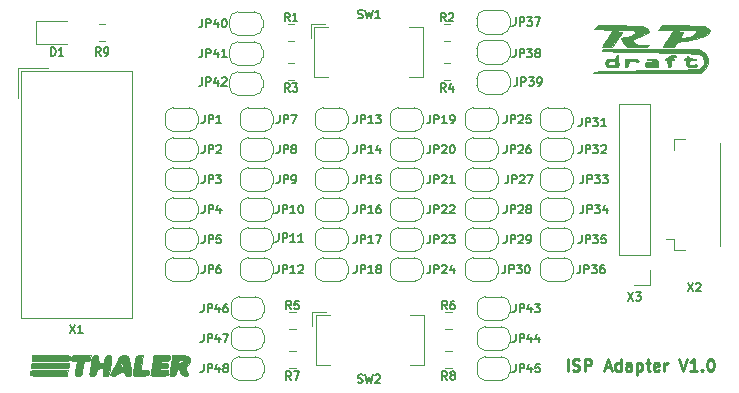
<source format=gto>
G04 #@! TF.GenerationSoftware,KiCad,Pcbnew,(5.1.4)-1*
G04 #@! TF.CreationDate,2021-03-16T12:48:34+01:00*
G04 #@! TF.ProjectId,ISP_Adapter_V10,4953505f-4164-4617-9074-65725f563130,rev?*
G04 #@! TF.SameCoordinates,Original*
G04 #@! TF.FileFunction,Legend,Top*
G04 #@! TF.FilePolarity,Positive*
%FSLAX46Y46*%
G04 Gerber Fmt 4.6, Leading zero omitted, Abs format (unit mm)*
G04 Created by KiCad (PCBNEW (5.1.4)-1) date 2021-03-16 12:48:34*
%MOMM*%
%LPD*%
G04 APERTURE LIST*
%ADD10C,0.250000*%
%ADD11C,0.010000*%
%ADD12C,0.120000*%
%ADD13C,0.150000*%
G04 APERTURE END LIST*
D10*
X175697333Y-73604380D02*
X175697333Y-72604380D01*
X176125904Y-73556761D02*
X176268761Y-73604380D01*
X176506857Y-73604380D01*
X176602095Y-73556761D01*
X176649714Y-73509142D01*
X176697333Y-73413904D01*
X176697333Y-73318666D01*
X176649714Y-73223428D01*
X176602095Y-73175809D01*
X176506857Y-73128190D01*
X176316380Y-73080571D01*
X176221142Y-73032952D01*
X176173523Y-72985333D01*
X176125904Y-72890095D01*
X176125904Y-72794857D01*
X176173523Y-72699619D01*
X176221142Y-72652000D01*
X176316380Y-72604380D01*
X176554476Y-72604380D01*
X176697333Y-72652000D01*
X177125904Y-73604380D02*
X177125904Y-72604380D01*
X177506857Y-72604380D01*
X177602095Y-72652000D01*
X177649714Y-72699619D01*
X177697333Y-72794857D01*
X177697333Y-72937714D01*
X177649714Y-73032952D01*
X177602095Y-73080571D01*
X177506857Y-73128190D01*
X177125904Y-73128190D01*
X178840190Y-73318666D02*
X179316380Y-73318666D01*
X178744952Y-73604380D02*
X179078285Y-72604380D01*
X179411619Y-73604380D01*
X180173523Y-73604380D02*
X180173523Y-72604380D01*
X180173523Y-73556761D02*
X180078285Y-73604380D01*
X179887809Y-73604380D01*
X179792571Y-73556761D01*
X179744952Y-73509142D01*
X179697333Y-73413904D01*
X179697333Y-73128190D01*
X179744952Y-73032952D01*
X179792571Y-72985333D01*
X179887809Y-72937714D01*
X180078285Y-72937714D01*
X180173523Y-72985333D01*
X181078285Y-73604380D02*
X181078285Y-73080571D01*
X181030666Y-72985333D01*
X180935428Y-72937714D01*
X180744952Y-72937714D01*
X180649714Y-72985333D01*
X181078285Y-73556761D02*
X180983047Y-73604380D01*
X180744952Y-73604380D01*
X180649714Y-73556761D01*
X180602095Y-73461523D01*
X180602095Y-73366285D01*
X180649714Y-73271047D01*
X180744952Y-73223428D01*
X180983047Y-73223428D01*
X181078285Y-73175809D01*
X181554476Y-72937714D02*
X181554476Y-73937714D01*
X181554476Y-72985333D02*
X181649714Y-72937714D01*
X181840190Y-72937714D01*
X181935428Y-72985333D01*
X181983047Y-73032952D01*
X182030666Y-73128190D01*
X182030666Y-73413904D01*
X181983047Y-73509142D01*
X181935428Y-73556761D01*
X181840190Y-73604380D01*
X181649714Y-73604380D01*
X181554476Y-73556761D01*
X182316380Y-72937714D02*
X182697333Y-72937714D01*
X182459238Y-72604380D02*
X182459238Y-73461523D01*
X182506857Y-73556761D01*
X182602095Y-73604380D01*
X182697333Y-73604380D01*
X183411619Y-73556761D02*
X183316380Y-73604380D01*
X183125904Y-73604380D01*
X183030666Y-73556761D01*
X182983047Y-73461523D01*
X182983047Y-73080571D01*
X183030666Y-72985333D01*
X183125904Y-72937714D01*
X183316380Y-72937714D01*
X183411619Y-72985333D01*
X183459238Y-73080571D01*
X183459238Y-73175809D01*
X182983047Y-73271047D01*
X183887809Y-73604380D02*
X183887809Y-72937714D01*
X183887809Y-73128190D02*
X183935428Y-73032952D01*
X183983047Y-72985333D01*
X184078285Y-72937714D01*
X184173523Y-72937714D01*
X185125904Y-72604380D02*
X185459238Y-73604380D01*
X185792571Y-72604380D01*
X186649714Y-73604380D02*
X186078285Y-73604380D01*
X186364000Y-73604380D02*
X186364000Y-72604380D01*
X186268761Y-72747238D01*
X186173523Y-72842476D01*
X186078285Y-72890095D01*
X187078285Y-73509142D02*
X187125904Y-73556761D01*
X187078285Y-73604380D01*
X187030666Y-73556761D01*
X187078285Y-73509142D01*
X187078285Y-73604380D01*
X187744952Y-72604380D02*
X187840190Y-72604380D01*
X187935428Y-72652000D01*
X187983047Y-72699619D01*
X188030666Y-72794857D01*
X188078285Y-72985333D01*
X188078285Y-73223428D01*
X188030666Y-73413904D01*
X187983047Y-73509142D01*
X187935428Y-73556761D01*
X187840190Y-73604380D01*
X187744952Y-73604380D01*
X187649714Y-73556761D01*
X187602095Y-73509142D01*
X187554476Y-73413904D01*
X187506857Y-73223428D01*
X187506857Y-72985333D01*
X187554476Y-72794857D01*
X187602095Y-72699619D01*
X187649714Y-72652000D01*
X187744952Y-72604380D01*
D11*
G36*
X185736135Y-44362795D02*
G01*
X186242554Y-44372482D01*
X186658197Y-44389615D01*
X186988781Y-44414614D01*
X187240020Y-44447899D01*
X187417629Y-44489891D01*
X187519413Y-44535582D01*
X187664294Y-44667614D01*
X187708354Y-44809469D01*
X187676846Y-44922835D01*
X187541635Y-45085854D01*
X187305143Y-45235578D01*
X186967302Y-45372031D01*
X186528049Y-45495238D01*
X185987315Y-45605224D01*
X185796695Y-45637018D01*
X185534617Y-45679087D01*
X185302404Y-45716998D01*
X185122221Y-45747087D01*
X185016236Y-45765691D01*
X185005201Y-45767853D01*
X184919157Y-45823056D01*
X184822251Y-45937436D01*
X184786031Y-45995177D01*
X184669280Y-46201371D01*
X184209922Y-46201371D01*
X184007317Y-46199043D01*
X183850360Y-46192811D01*
X183761940Y-46183796D01*
X183750564Y-46178811D01*
X183776900Y-46130187D01*
X183849438Y-46011286D01*
X183958473Y-45837648D01*
X184094303Y-45624813D01*
X184166303Y-45513086D01*
X184582041Y-44869919D01*
X185036867Y-44869919D01*
X185238371Y-44873096D01*
X185394117Y-44881598D01*
X185481102Y-44893883D01*
X185491693Y-44900421D01*
X185464743Y-44958526D01*
X185398573Y-45061469D01*
X185385576Y-45079951D01*
X185305233Y-45236069D01*
X185312719Y-45349777D01*
X185406665Y-45414541D01*
X185457687Y-45424207D01*
X185607526Y-45415647D01*
X185812998Y-45372054D01*
X186038287Y-45304503D01*
X186247572Y-45224071D01*
X186405036Y-45141835D01*
X186430874Y-45123267D01*
X186527921Y-45009482D01*
X186565072Y-44886391D01*
X186537725Y-44785329D01*
X186486094Y-44747374D01*
X186416046Y-44739540D01*
X186256950Y-44732380D01*
X186022175Y-44726156D01*
X185725090Y-44721130D01*
X185379065Y-44717563D01*
X184997470Y-44715718D01*
X184860186Y-44715528D01*
X183315282Y-44714767D01*
X183520121Y-44538217D01*
X183724959Y-44361668D01*
X185133225Y-44360134D01*
X185736135Y-44362795D01*
X185736135Y-44362795D01*
G37*
X185736135Y-44362795D02*
X186242554Y-44372482D01*
X186658197Y-44389615D01*
X186988781Y-44414614D01*
X187240020Y-44447899D01*
X187417629Y-44489891D01*
X187519413Y-44535582D01*
X187664294Y-44667614D01*
X187708354Y-44809469D01*
X187676846Y-44922835D01*
X187541635Y-45085854D01*
X187305143Y-45235578D01*
X186967302Y-45372031D01*
X186528049Y-45495238D01*
X185987315Y-45605224D01*
X185796695Y-45637018D01*
X185534617Y-45679087D01*
X185302404Y-45716998D01*
X185122221Y-45747087D01*
X185016236Y-45765691D01*
X185005201Y-45767853D01*
X184919157Y-45823056D01*
X184822251Y-45937436D01*
X184786031Y-45995177D01*
X184669280Y-46201371D01*
X184209922Y-46201371D01*
X184007317Y-46199043D01*
X183850360Y-46192811D01*
X183761940Y-46183796D01*
X183750564Y-46178811D01*
X183776900Y-46130187D01*
X183849438Y-46011286D01*
X183958473Y-45837648D01*
X184094303Y-45624813D01*
X184166303Y-45513086D01*
X184582041Y-44869919D01*
X185036867Y-44869919D01*
X185238371Y-44873096D01*
X185394117Y-44881598D01*
X185481102Y-44893883D01*
X185491693Y-44900421D01*
X185464743Y-44958526D01*
X185398573Y-45061469D01*
X185385576Y-45079951D01*
X185305233Y-45236069D01*
X185312719Y-45349777D01*
X185406665Y-45414541D01*
X185457687Y-45424207D01*
X185607526Y-45415647D01*
X185812998Y-45372054D01*
X186038287Y-45304503D01*
X186247572Y-45224071D01*
X186405036Y-45141835D01*
X186430874Y-45123267D01*
X186527921Y-45009482D01*
X186565072Y-44886391D01*
X186537725Y-44785329D01*
X186486094Y-44747374D01*
X186416046Y-44739540D01*
X186256950Y-44732380D01*
X186022175Y-44726156D01*
X185725090Y-44721130D01*
X185379065Y-44717563D01*
X184997470Y-44715718D01*
X184860186Y-44715528D01*
X183315282Y-44714767D01*
X183520121Y-44538217D01*
X183724959Y-44361668D01*
X185133225Y-44360134D01*
X185736135Y-44362795D01*
G36*
X180415884Y-44360528D02*
G01*
X180921488Y-44369378D01*
X181341091Y-44385470D01*
X181682839Y-44409904D01*
X181954880Y-44443778D01*
X182165360Y-44488192D01*
X182322426Y-44544243D01*
X182434225Y-44613032D01*
X182508903Y-44695656D01*
X182525238Y-44723215D01*
X182544313Y-44854936D01*
X182463974Y-44988017D01*
X182287166Y-45120414D01*
X182016839Y-45250083D01*
X181655939Y-45374977D01*
X181535746Y-45409736D01*
X181345832Y-45476654D01*
X181254601Y-45551734D01*
X181258398Y-45647286D01*
X181353570Y-45775620D01*
X181410159Y-45832858D01*
X181491879Y-45908210D01*
X181565810Y-45955949D01*
X181657579Y-45982373D01*
X181792810Y-45993783D01*
X181997131Y-45996480D01*
X182075885Y-45996532D01*
X182287340Y-46000645D01*
X182454035Y-46011714D01*
X182553965Y-46027835D01*
X182572742Y-46039522D01*
X182535764Y-46099957D01*
X182420879Y-46145434D01*
X182222163Y-46176878D01*
X181933690Y-46195213D01*
X181549534Y-46201365D01*
X181535299Y-46201371D01*
X180758723Y-46201371D01*
X180487910Y-45910380D01*
X180358311Y-45760123D01*
X180262513Y-45628091D01*
X180218230Y-45539180D01*
X180217096Y-45529758D01*
X180222168Y-45483115D01*
X180249219Y-45447456D01*
X180316002Y-45415305D01*
X180440267Y-45379187D01*
X180639769Y-45331626D01*
X180744023Y-45307856D01*
X181056255Y-45221562D01*
X181275848Y-45126406D01*
X181400273Y-45024351D01*
X181427000Y-44917361D01*
X181369443Y-44822420D01*
X181335015Y-44799925D01*
X181274182Y-44781400D01*
X181176634Y-44766230D01*
X181032063Y-44753800D01*
X180830159Y-44743495D01*
X180560613Y-44734702D01*
X180213116Y-44726804D01*
X179777358Y-44719186D01*
X179589980Y-44716290D01*
X177890964Y-44690685D01*
X178311472Y-44357823D01*
X179816132Y-44357823D01*
X180415884Y-44360528D01*
X180415884Y-44360528D01*
G37*
X180415884Y-44360528D02*
X180921488Y-44369378D01*
X181341091Y-44385470D01*
X181682839Y-44409904D01*
X181954880Y-44443778D01*
X182165360Y-44488192D01*
X182322426Y-44544243D01*
X182434225Y-44613032D01*
X182508903Y-44695656D01*
X182525238Y-44723215D01*
X182544313Y-44854936D01*
X182463974Y-44988017D01*
X182287166Y-45120414D01*
X182016839Y-45250083D01*
X181655939Y-45374977D01*
X181535746Y-45409736D01*
X181345832Y-45476654D01*
X181254601Y-45551734D01*
X181258398Y-45647286D01*
X181353570Y-45775620D01*
X181410159Y-45832858D01*
X181491879Y-45908210D01*
X181565810Y-45955949D01*
X181657579Y-45982373D01*
X181792810Y-45993783D01*
X181997131Y-45996480D01*
X182075885Y-45996532D01*
X182287340Y-46000645D01*
X182454035Y-46011714D01*
X182553965Y-46027835D01*
X182572742Y-46039522D01*
X182535764Y-46099957D01*
X182420879Y-46145434D01*
X182222163Y-46176878D01*
X181933690Y-46195213D01*
X181549534Y-46201365D01*
X181535299Y-46201371D01*
X180758723Y-46201371D01*
X180487910Y-45910380D01*
X180358311Y-45760123D01*
X180262513Y-45628091D01*
X180218230Y-45539180D01*
X180217096Y-45529758D01*
X180222168Y-45483115D01*
X180249219Y-45447456D01*
X180316002Y-45415305D01*
X180440267Y-45379187D01*
X180639769Y-45331626D01*
X180744023Y-45307856D01*
X181056255Y-45221562D01*
X181275848Y-45126406D01*
X181400273Y-45024351D01*
X181427000Y-44917361D01*
X181369443Y-44822420D01*
X181335015Y-44799925D01*
X181274182Y-44781400D01*
X181176634Y-44766230D01*
X181032063Y-44753800D01*
X180830159Y-44743495D01*
X180560613Y-44734702D01*
X180213116Y-44726804D01*
X179777358Y-44719186D01*
X179589980Y-44716290D01*
X177890964Y-44690685D01*
X178311472Y-44357823D01*
X179816132Y-44357823D01*
X180415884Y-44360528D01*
G36*
X180071295Y-44873117D02*
G01*
X180225227Y-44880014D01*
X180310055Y-44890245D01*
X180319516Y-44895438D01*
X180293082Y-44945086D01*
X180220288Y-45064774D01*
X180110895Y-45238869D01*
X179974664Y-45451738D01*
X179903861Y-45561164D01*
X179488207Y-46201371D01*
X178566607Y-46201371D01*
X178654901Y-46060544D01*
X178717374Y-45962400D01*
X178820940Y-45801289D01*
X178950848Y-45600104D01*
X179083270Y-45395723D01*
X179423346Y-44871728D01*
X179871431Y-44870824D01*
X180071295Y-44873117D01*
X180071295Y-44873117D01*
G37*
X180071295Y-44873117D02*
X180225227Y-44880014D01*
X180310055Y-44890245D01*
X180319516Y-44895438D01*
X180293082Y-44945086D01*
X180220288Y-45064774D01*
X180110895Y-45238869D01*
X179974664Y-45451738D01*
X179903861Y-45561164D01*
X179488207Y-46201371D01*
X178566607Y-46201371D01*
X178654901Y-46060544D01*
X178717374Y-45962400D01*
X178820940Y-45801289D01*
X178950848Y-45600104D01*
X179083270Y-45395723D01*
X179423346Y-44871728D01*
X179871431Y-44870824D01*
X180071295Y-44873117D01*
G36*
X184787019Y-46903375D02*
G01*
X184890370Y-46929120D01*
X184907610Y-46962897D01*
X184833403Y-46996941D01*
X184690368Y-47020726D01*
X184544420Y-47047833D01*
X184448068Y-47087439D01*
X184429551Y-47108079D01*
X184450556Y-47151619D01*
X184506759Y-47151051D01*
X184621008Y-47154510D01*
X184697173Y-47199410D01*
X184704072Y-47266537D01*
X184701482Y-47271049D01*
X184627867Y-47315208D01*
X184541292Y-47327984D01*
X184469664Y-47335710D01*
X184432366Y-47375568D01*
X184418291Y-47472581D01*
X184416290Y-47609637D01*
X184412967Y-47770946D01*
X184395402Y-47854938D01*
X184352203Y-47886676D01*
X184288266Y-47891290D01*
X184207535Y-47880908D01*
X184170263Y-47831028D01*
X184159816Y-47713545D01*
X184159457Y-47673649D01*
X184148393Y-47496917D01*
X184106136Y-47386970D01*
X184016698Y-47309309D01*
X183981008Y-47288644D01*
X183908453Y-47243633D01*
X183925691Y-47216662D01*
X183981008Y-47195473D01*
X184085698Y-47130446D01*
X184193216Y-47026323D01*
X184271402Y-46949508D01*
X184364931Y-46909472D01*
X184508988Y-46894802D01*
X184602894Y-46893427D01*
X184787019Y-46903375D01*
X184787019Y-46903375D01*
G37*
X184787019Y-46903375D02*
X184890370Y-46929120D01*
X184907610Y-46962897D01*
X184833403Y-46996941D01*
X184690368Y-47020726D01*
X184544420Y-47047833D01*
X184448068Y-47087439D01*
X184429551Y-47108079D01*
X184450556Y-47151619D01*
X184506759Y-47151051D01*
X184621008Y-47154510D01*
X184697173Y-47199410D01*
X184704072Y-47266537D01*
X184701482Y-47271049D01*
X184627867Y-47315208D01*
X184541292Y-47327984D01*
X184469664Y-47335710D01*
X184432366Y-47375568D01*
X184418291Y-47472581D01*
X184416290Y-47609637D01*
X184412967Y-47770946D01*
X184395402Y-47854938D01*
X184352203Y-47886676D01*
X184288266Y-47891290D01*
X184207535Y-47880908D01*
X184170263Y-47831028D01*
X184159816Y-47713545D01*
X184159457Y-47673649D01*
X184148393Y-47496917D01*
X184106136Y-47386970D01*
X184016698Y-47309309D01*
X183981008Y-47288644D01*
X183908453Y-47243633D01*
X183925691Y-47216662D01*
X183981008Y-47195473D01*
X184085698Y-47130446D01*
X184193216Y-47026323D01*
X184271402Y-46949508D01*
X184364931Y-46909472D01*
X184508988Y-46894802D01*
X184602894Y-46893427D01*
X184787019Y-46903375D01*
G36*
X181451763Y-47191000D02*
G01*
X181554091Y-47212380D01*
X181616616Y-47249874D01*
X181620828Y-47253950D01*
X181685961Y-47338879D01*
X181702177Y-47384459D01*
X181662866Y-47448436D01*
X181572171Y-47463547D01*
X181470947Y-47425439D01*
X181452991Y-47411009D01*
X181298239Y-47336004D01*
X181106317Y-47354189D01*
X180985807Y-47404506D01*
X180878213Y-47485136D01*
X180830314Y-47604739D01*
X180821919Y-47673357D01*
X180798205Y-47806560D01*
X180744226Y-47867730D01*
X180690557Y-47882080D01*
X180586867Y-47866488D01*
X180546822Y-47824766D01*
X180533565Y-47734059D01*
X180530467Y-47582226D01*
X180534248Y-47476158D01*
X180549959Y-47201258D01*
X181044719Y-47186929D01*
X181288886Y-47183321D01*
X181451763Y-47191000D01*
X181451763Y-47191000D01*
G37*
X181451763Y-47191000D02*
X181554091Y-47212380D01*
X181616616Y-47249874D01*
X181620828Y-47253950D01*
X181685961Y-47338879D01*
X181702177Y-47384459D01*
X181662866Y-47448436D01*
X181572171Y-47463547D01*
X181470947Y-47425439D01*
X181452991Y-47411009D01*
X181298239Y-47336004D01*
X181106317Y-47354189D01*
X180985807Y-47404506D01*
X180878213Y-47485136D01*
X180830314Y-47604739D01*
X180821919Y-47673357D01*
X180798205Y-47806560D01*
X180744226Y-47867730D01*
X180690557Y-47882080D01*
X180586867Y-47866488D01*
X180546822Y-47824766D01*
X180533565Y-47734059D01*
X180530467Y-47582226D01*
X180534248Y-47476158D01*
X180549959Y-47201258D01*
X181044719Y-47186929D01*
X181288886Y-47183321D01*
X181451763Y-47191000D01*
G36*
X185983733Y-46995544D02*
G01*
X185988859Y-47007923D01*
X186045031Y-47104372D01*
X186140784Y-47155203D01*
X186303580Y-47172882D01*
X186353723Y-47173571D01*
X186503067Y-47187460D01*
X186561194Y-47220205D01*
X186534768Y-47260507D01*
X186430453Y-47297069D01*
X186268615Y-47317858D01*
X186003790Y-47333336D01*
X186003790Y-47535499D01*
X186008831Y-47664900D01*
X186043665Y-47722399D01*
X186137856Y-47737175D01*
X186208629Y-47737661D01*
X186336899Y-47726304D01*
X186408244Y-47697931D01*
X186413467Y-47686452D01*
X186453079Y-47644516D01*
X186539243Y-47638407D01*
X186622956Y-47667094D01*
X186646948Y-47691366D01*
X186649134Y-47769408D01*
X186569887Y-47837288D01*
X186430155Y-47887777D01*
X186250883Y-47913646D01*
X186053016Y-47907664D01*
X186029395Y-47904517D01*
X185867246Y-47860287D01*
X185780109Y-47771800D01*
X185748999Y-47615709D01*
X185747742Y-47558130D01*
X185737653Y-47412274D01*
X185699284Y-47338492D01*
X185645322Y-47313146D01*
X185555922Y-47261755D01*
X185560855Y-47196651D01*
X185639793Y-47150505D01*
X185732908Y-47078925D01*
X185763023Y-47019030D01*
X185823151Y-46935400D01*
X185911327Y-46926853D01*
X185983733Y-46995544D01*
X185983733Y-46995544D01*
G37*
X185983733Y-46995544D02*
X185988859Y-47007923D01*
X186045031Y-47104372D01*
X186140784Y-47155203D01*
X186303580Y-47172882D01*
X186353723Y-47173571D01*
X186503067Y-47187460D01*
X186561194Y-47220205D01*
X186534768Y-47260507D01*
X186430453Y-47297069D01*
X186268615Y-47317858D01*
X186003790Y-47333336D01*
X186003790Y-47535499D01*
X186008831Y-47664900D01*
X186043665Y-47722399D01*
X186137856Y-47737175D01*
X186208629Y-47737661D01*
X186336899Y-47726304D01*
X186408244Y-47697931D01*
X186413467Y-47686452D01*
X186453079Y-47644516D01*
X186539243Y-47638407D01*
X186622956Y-47667094D01*
X186646948Y-47691366D01*
X186649134Y-47769408D01*
X186569887Y-47837288D01*
X186430155Y-47887777D01*
X186250883Y-47913646D01*
X186053016Y-47907664D01*
X186029395Y-47904517D01*
X185867246Y-47860287D01*
X185780109Y-47771800D01*
X185748999Y-47615709D01*
X185747742Y-47558130D01*
X185737653Y-47412274D01*
X185699284Y-47338492D01*
X185645322Y-47313146D01*
X185555922Y-47261755D01*
X185560855Y-47196651D01*
X185639793Y-47150505D01*
X185732908Y-47078925D01*
X185763023Y-47019030D01*
X185823151Y-46935400D01*
X185911327Y-46926853D01*
X185983733Y-46995544D01*
G36*
X183023878Y-47180452D02*
G01*
X183186417Y-47207229D01*
X183281746Y-47267412D01*
X183327314Y-47373727D01*
X183340573Y-47538901D01*
X183340887Y-47585834D01*
X183340887Y-47891290D01*
X183148850Y-47896510D01*
X182960228Y-47902585D01*
X182763432Y-47910237D01*
X182751975Y-47910736D01*
X182592140Y-47911768D01*
X182461494Y-47902740D01*
X182444717Y-47900006D01*
X182289387Y-47833733D01*
X182219008Y-47710644D01*
X182214664Y-47660847D01*
X182470322Y-47660847D01*
X182501007Y-47711896D01*
X182604973Y-47734831D01*
X182696577Y-47737661D01*
X182854973Y-47730894D01*
X182978273Y-47713957D01*
X183003541Y-47706690D01*
X183067407Y-47663538D01*
X183041175Y-47624773D01*
X182937157Y-47596327D01*
X182767663Y-47584130D01*
X182748953Y-47584032D01*
X182580127Y-47591065D01*
X182493692Y-47615710D01*
X182470322Y-47660847D01*
X182214664Y-47660847D01*
X182214274Y-47656378D01*
X182246489Y-47545611D01*
X182349897Y-47474208D01*
X182534645Y-47437662D01*
X182723004Y-47430403D01*
X182915812Y-47420329D01*
X183013574Y-47395633D01*
X183014804Y-47364603D01*
X182918014Y-47335527D01*
X182743219Y-47317737D01*
X182564730Y-47297522D01*
X182454987Y-47262292D01*
X182431693Y-47238367D01*
X182449607Y-47203024D01*
X182540652Y-47182580D01*
X182717650Y-47174658D01*
X182776679Y-47174355D01*
X183023878Y-47180452D01*
X183023878Y-47180452D01*
G37*
X183023878Y-47180452D02*
X183186417Y-47207229D01*
X183281746Y-47267412D01*
X183327314Y-47373727D01*
X183340573Y-47538901D01*
X183340887Y-47585834D01*
X183340887Y-47891290D01*
X183148850Y-47896510D01*
X182960228Y-47902585D01*
X182763432Y-47910237D01*
X182751975Y-47910736D01*
X182592140Y-47911768D01*
X182461494Y-47902740D01*
X182444717Y-47900006D01*
X182289387Y-47833733D01*
X182219008Y-47710644D01*
X182214664Y-47660847D01*
X182470322Y-47660847D01*
X182501007Y-47711896D01*
X182604973Y-47734831D01*
X182696577Y-47737661D01*
X182854973Y-47730894D01*
X182978273Y-47713957D01*
X183003541Y-47706690D01*
X183067407Y-47663538D01*
X183041175Y-47624773D01*
X182937157Y-47596327D01*
X182767663Y-47584130D01*
X182748953Y-47584032D01*
X182580127Y-47591065D01*
X182493692Y-47615710D01*
X182470322Y-47660847D01*
X182214664Y-47660847D01*
X182214274Y-47656378D01*
X182246489Y-47545611D01*
X182349897Y-47474208D01*
X182534645Y-47437662D01*
X182723004Y-47430403D01*
X182915812Y-47420329D01*
X183013574Y-47395633D01*
X183014804Y-47364603D01*
X182918014Y-47335527D01*
X182743219Y-47317737D01*
X182564730Y-47297522D01*
X182454987Y-47262292D01*
X182431693Y-47238367D01*
X182449607Y-47203024D01*
X182540652Y-47182580D01*
X182717650Y-47174658D01*
X182776679Y-47174355D01*
X183023878Y-47180452D01*
G36*
X179931616Y-46900563D02*
G01*
X179962654Y-46936618D01*
X179981736Y-47019573D01*
X179993247Y-47168133D01*
X180001310Y-47391996D01*
X180003700Y-47604189D01*
X179998291Y-47771989D01*
X179986209Y-47873363D01*
X179975705Y-47893204D01*
X179681198Y-47906081D01*
X179469402Y-47911461D01*
X179320812Y-47908297D01*
X179215924Y-47895544D01*
X179135231Y-47872156D01*
X179074600Y-47844891D01*
X178965294Y-47773984D01*
X178913591Y-47679529D01*
X178895737Y-47550427D01*
X178900875Y-47472535D01*
X179150446Y-47472535D01*
X179151383Y-47628316D01*
X179218399Y-47711694D01*
X179364085Y-47737606D01*
X179373896Y-47737661D01*
X179527823Y-47723058D01*
X179651339Y-47687610D01*
X179657156Y-47684650D01*
X179741295Y-47593776D01*
X179743476Y-47481128D01*
X179664397Y-47385412D01*
X179651622Y-47378033D01*
X179530331Y-47344320D01*
X179373816Y-47336679D01*
X179357166Y-47337824D01*
X179225487Y-47361481D01*
X179165137Y-47416216D01*
X179150446Y-47472535D01*
X178900875Y-47472535D01*
X178906914Y-47381004D01*
X178977474Y-47267594D01*
X179119191Y-47201932D01*
X179343840Y-47175748D01*
X179431339Y-47174355D01*
X179605606Y-47171909D01*
X179702418Y-47157563D01*
X179746733Y-47120802D01*
X179763506Y-47051114D01*
X179765610Y-47033528D01*
X179802907Y-46923694D01*
X179884233Y-46892702D01*
X179931616Y-46900563D01*
X179931616Y-46900563D01*
G37*
X179931616Y-46900563D02*
X179962654Y-46936618D01*
X179981736Y-47019573D01*
X179993247Y-47168133D01*
X180001310Y-47391996D01*
X180003700Y-47604189D01*
X179998291Y-47771989D01*
X179986209Y-47873363D01*
X179975705Y-47893204D01*
X179681198Y-47906081D01*
X179469402Y-47911461D01*
X179320812Y-47908297D01*
X179215924Y-47895544D01*
X179135231Y-47872156D01*
X179074600Y-47844891D01*
X178965294Y-47773984D01*
X178913591Y-47679529D01*
X178895737Y-47550427D01*
X178900875Y-47472535D01*
X179150446Y-47472535D01*
X179151383Y-47628316D01*
X179218399Y-47711694D01*
X179364085Y-47737606D01*
X179373896Y-47737661D01*
X179527823Y-47723058D01*
X179651339Y-47687610D01*
X179657156Y-47684650D01*
X179741295Y-47593776D01*
X179743476Y-47481128D01*
X179664397Y-47385412D01*
X179651622Y-47378033D01*
X179530331Y-47344320D01*
X179373816Y-47336679D01*
X179357166Y-47337824D01*
X179225487Y-47361481D01*
X179165137Y-47416216D01*
X179150446Y-47472535D01*
X178900875Y-47472535D01*
X178906914Y-47381004D01*
X178977474Y-47267594D01*
X179119191Y-47201932D01*
X179343840Y-47175748D01*
X179431339Y-47174355D01*
X179605606Y-47171909D01*
X179702418Y-47157563D01*
X179746733Y-47120802D01*
X179763506Y-47051114D01*
X179765610Y-47033528D01*
X179802907Y-46923694D01*
X179884233Y-46892702D01*
X179931616Y-46900563D01*
G36*
X180706326Y-46360956D02*
G01*
X181260827Y-46362117D01*
X181904016Y-46363972D01*
X182642463Y-46366390D01*
X182713568Y-46366630D01*
X186848750Y-46380605D01*
X187061842Y-46502700D01*
X187315979Y-46700183D01*
X187488051Y-46943814D01*
X187577081Y-47217176D01*
X187582090Y-47503849D01*
X187502101Y-47787417D01*
X187336137Y-48051459D01*
X187164072Y-48219285D01*
X186967298Y-48377782D01*
X182414374Y-48391397D01*
X181582092Y-48393340D01*
X180825647Y-48393986D01*
X180148018Y-48393359D01*
X179552185Y-48391480D01*
X179041128Y-48388375D01*
X178617828Y-48384065D01*
X178285264Y-48378574D01*
X178046417Y-48371925D01*
X177904266Y-48364141D01*
X177861451Y-48356012D01*
X177898430Y-48285163D01*
X177907753Y-48278396D01*
X177965201Y-48272818D01*
X178117029Y-48265602D01*
X178355213Y-48256962D01*
X178671729Y-48247114D01*
X179058555Y-48236272D01*
X179507667Y-48224653D01*
X180011041Y-48212469D01*
X180560654Y-48199938D01*
X181148484Y-48187273D01*
X181766506Y-48174689D01*
X181812491Y-48173781D01*
X182632604Y-48157674D01*
X183356504Y-48143474D01*
X183990375Y-48130936D01*
X184540400Y-48119817D01*
X185012763Y-48109873D01*
X185413647Y-48100859D01*
X185749237Y-48092531D01*
X186025715Y-48084646D01*
X186249266Y-48076959D01*
X186426073Y-48069227D01*
X186562320Y-48061204D01*
X186664190Y-48052648D01*
X186737867Y-48043313D01*
X186789535Y-48032957D01*
X186825378Y-48021335D01*
X186851579Y-48008202D01*
X186874321Y-47993315D01*
X186899789Y-47976430D01*
X186905821Y-47972752D01*
X187094056Y-47805722D01*
X187204332Y-47589736D01*
X187231082Y-47348288D01*
X187168738Y-47104872D01*
X187129090Y-47030447D01*
X187104930Y-46986704D01*
X187085131Y-46947371D01*
X187064470Y-46912110D01*
X187037724Y-46880582D01*
X186999670Y-46852448D01*
X186945085Y-46827370D01*
X186868744Y-46805010D01*
X186765426Y-46785027D01*
X186629906Y-46767085D01*
X186456961Y-46750845D01*
X186241368Y-46735967D01*
X185977904Y-46722113D01*
X185661345Y-46708946D01*
X185286468Y-46696125D01*
X184848050Y-46683312D01*
X184340867Y-46670170D01*
X183759697Y-46656359D01*
X183099315Y-46641541D01*
X182354499Y-46625377D01*
X181520026Y-46607528D01*
X180590671Y-46587657D01*
X180153084Y-46578244D01*
X179709952Y-46568396D01*
X179358615Y-46559519D01*
X179088464Y-46550737D01*
X178888891Y-46541177D01*
X178749288Y-46529964D01*
X178659047Y-46516224D01*
X178607559Y-46499084D01*
X178584217Y-46477667D01*
X178578411Y-46451101D01*
X178578387Y-46448467D01*
X178581118Y-46431161D01*
X178593693Y-46416109D01*
X178622682Y-46403181D01*
X178674656Y-46392247D01*
X178756184Y-46383177D01*
X178873837Y-46375841D01*
X179034185Y-46370109D01*
X179243800Y-46365851D01*
X179509251Y-46362937D01*
X179837109Y-46361236D01*
X180233944Y-46360619D01*
X180706326Y-46360956D01*
X180706326Y-46360956D01*
G37*
X180706326Y-46360956D02*
X181260827Y-46362117D01*
X181904016Y-46363972D01*
X182642463Y-46366390D01*
X182713568Y-46366630D01*
X186848750Y-46380605D01*
X187061842Y-46502700D01*
X187315979Y-46700183D01*
X187488051Y-46943814D01*
X187577081Y-47217176D01*
X187582090Y-47503849D01*
X187502101Y-47787417D01*
X187336137Y-48051459D01*
X187164072Y-48219285D01*
X186967298Y-48377782D01*
X182414374Y-48391397D01*
X181582092Y-48393340D01*
X180825647Y-48393986D01*
X180148018Y-48393359D01*
X179552185Y-48391480D01*
X179041128Y-48388375D01*
X178617828Y-48384065D01*
X178285264Y-48378574D01*
X178046417Y-48371925D01*
X177904266Y-48364141D01*
X177861451Y-48356012D01*
X177898430Y-48285163D01*
X177907753Y-48278396D01*
X177965201Y-48272818D01*
X178117029Y-48265602D01*
X178355213Y-48256962D01*
X178671729Y-48247114D01*
X179058555Y-48236272D01*
X179507667Y-48224653D01*
X180011041Y-48212469D01*
X180560654Y-48199938D01*
X181148484Y-48187273D01*
X181766506Y-48174689D01*
X181812491Y-48173781D01*
X182632604Y-48157674D01*
X183356504Y-48143474D01*
X183990375Y-48130936D01*
X184540400Y-48119817D01*
X185012763Y-48109873D01*
X185413647Y-48100859D01*
X185749237Y-48092531D01*
X186025715Y-48084646D01*
X186249266Y-48076959D01*
X186426073Y-48069227D01*
X186562320Y-48061204D01*
X186664190Y-48052648D01*
X186737867Y-48043313D01*
X186789535Y-48032957D01*
X186825378Y-48021335D01*
X186851579Y-48008202D01*
X186874321Y-47993315D01*
X186899789Y-47976430D01*
X186905821Y-47972752D01*
X187094056Y-47805722D01*
X187204332Y-47589736D01*
X187231082Y-47348288D01*
X187168738Y-47104872D01*
X187129090Y-47030447D01*
X187104930Y-46986704D01*
X187085131Y-46947371D01*
X187064470Y-46912110D01*
X187037724Y-46880582D01*
X186999670Y-46852448D01*
X186945085Y-46827370D01*
X186868744Y-46805010D01*
X186765426Y-46785027D01*
X186629906Y-46767085D01*
X186456961Y-46750845D01*
X186241368Y-46735967D01*
X185977904Y-46722113D01*
X185661345Y-46708946D01*
X185286468Y-46696125D01*
X184848050Y-46683312D01*
X184340867Y-46670170D01*
X183759697Y-46656359D01*
X183099315Y-46641541D01*
X182354499Y-46625377D01*
X181520026Y-46607528D01*
X180590671Y-46587657D01*
X180153084Y-46578244D01*
X179709952Y-46568396D01*
X179358615Y-46559519D01*
X179088464Y-46550737D01*
X178888891Y-46541177D01*
X178749288Y-46529964D01*
X178659047Y-46516224D01*
X178607559Y-46499084D01*
X178584217Y-46477667D01*
X178578411Y-46451101D01*
X178578387Y-46448467D01*
X178581118Y-46431161D01*
X178593693Y-46416109D01*
X178622682Y-46403181D01*
X178674656Y-46392247D01*
X178756184Y-46383177D01*
X178873837Y-46375841D01*
X179034185Y-46370109D01*
X179243800Y-46365851D01*
X179509251Y-46362937D01*
X179837109Y-46361236D01*
X180233944Y-46360619D01*
X180706326Y-46360956D01*
G36*
X132496170Y-72266171D02*
G01*
X132933284Y-72274998D01*
X133280698Y-72288455D01*
X133512433Y-72305517D01*
X133602510Y-72325157D01*
X133602843Y-72326500D01*
X133581948Y-72451350D01*
X133550635Y-72580500D01*
X133528088Y-72647570D01*
X133485997Y-72696701D01*
X133400803Y-72730683D01*
X133248951Y-72752310D01*
X133006882Y-72764371D01*
X132651039Y-72769659D01*
X132157865Y-72770967D01*
X131943125Y-72771000D01*
X130386666Y-72771000D01*
X130386666Y-72263000D01*
X131995333Y-72263000D01*
X132496170Y-72266171D01*
X132496170Y-72266171D01*
G37*
X132496170Y-72266171D02*
X132933284Y-72274998D01*
X133280698Y-72288455D01*
X133512433Y-72305517D01*
X133602510Y-72325157D01*
X133602843Y-72326500D01*
X133581948Y-72451350D01*
X133550635Y-72580500D01*
X133528088Y-72647570D01*
X133485997Y-72696701D01*
X133400803Y-72730683D01*
X133248951Y-72752310D01*
X133006882Y-72764371D01*
X132651039Y-72769659D01*
X132157865Y-72770967D01*
X131943125Y-72771000D01*
X130386666Y-72771000D01*
X130386666Y-72263000D01*
X131995333Y-72263000D01*
X132496170Y-72266171D01*
G36*
X133455388Y-73152000D02*
G01*
X133414926Y-73363667D01*
X130240815Y-73363667D01*
X130281277Y-73152000D01*
X130321740Y-72940334D01*
X133495851Y-72940334D01*
X133455388Y-73152000D01*
X133455388Y-73152000D01*
G37*
X133455388Y-73152000D02*
X133414926Y-73363667D01*
X130240815Y-73363667D01*
X130281277Y-73152000D01*
X130321740Y-72940334D01*
X133495851Y-72940334D01*
X133455388Y-73152000D01*
G36*
X143211857Y-72272280D02*
G01*
X143435454Y-72305840D01*
X143574892Y-72372259D01*
X143623877Y-72417834D01*
X143749151Y-72638255D01*
X143714762Y-72861606D01*
X143547186Y-73080177D01*
X143432968Y-73205409D01*
X143382812Y-73319828D01*
X143397159Y-73469835D01*
X143476449Y-73701827D01*
X143554951Y-73898617D01*
X143574699Y-73996238D01*
X143501337Y-74033039D01*
X143298351Y-74026422D01*
X143288444Y-74025617D01*
X143069158Y-73991705D01*
X142956326Y-73902472D01*
X142887077Y-73704503D01*
X142880764Y-73679245D01*
X142796711Y-73457794D01*
X142706024Y-73402548D01*
X142624829Y-73511914D01*
X142578666Y-73709064D01*
X142528208Y-73909795D01*
X142419392Y-73998113D01*
X142261166Y-74025198D01*
X142067206Y-74024232D01*
X141992452Y-73956253D01*
X141986115Y-73898198D01*
X142000366Y-73747208D01*
X142038213Y-73479182D01*
X142092464Y-73143597D01*
X142113000Y-73025000D01*
X142132741Y-72912161D01*
X142713762Y-72912161D01*
X142834911Y-72930111D01*
X142890155Y-72924741D01*
X143069886Y-72869455D01*
X143150692Y-72792167D01*
X143119123Y-72710660D01*
X142994947Y-72686002D01*
X142843576Y-72714175D01*
X142730420Y-72791164D01*
X142715243Y-72818907D01*
X142713762Y-72912161D01*
X142132741Y-72912161D01*
X142170074Y-72698780D01*
X142213842Y-72444410D01*
X142237539Y-72301383D01*
X142239884Y-72284167D01*
X142317636Y-72273953D01*
X142522884Y-72266444D01*
X142813793Y-72263063D01*
X142861877Y-72263000D01*
X143211857Y-72272280D01*
X143211857Y-72272280D01*
G37*
X143211857Y-72272280D02*
X143435454Y-72305840D01*
X143574892Y-72372259D01*
X143623877Y-72417834D01*
X143749151Y-72638255D01*
X143714762Y-72861606D01*
X143547186Y-73080177D01*
X143432968Y-73205409D01*
X143382812Y-73319828D01*
X143397159Y-73469835D01*
X143476449Y-73701827D01*
X143554951Y-73898617D01*
X143574699Y-73996238D01*
X143501337Y-74033039D01*
X143298351Y-74026422D01*
X143288444Y-74025617D01*
X143069158Y-73991705D01*
X142956326Y-73902472D01*
X142887077Y-73704503D01*
X142880764Y-73679245D01*
X142796711Y-73457794D01*
X142706024Y-73402548D01*
X142624829Y-73511914D01*
X142578666Y-73709064D01*
X142528208Y-73909795D01*
X142419392Y-73998113D01*
X142261166Y-74025198D01*
X142067206Y-74024232D01*
X141992452Y-73956253D01*
X141986115Y-73898198D01*
X142000366Y-73747208D01*
X142038213Y-73479182D01*
X142092464Y-73143597D01*
X142113000Y-73025000D01*
X142132741Y-72912161D01*
X142713762Y-72912161D01*
X142834911Y-72930111D01*
X142890155Y-72924741D01*
X143069886Y-72869455D01*
X143150692Y-72792167D01*
X143119123Y-72710660D01*
X142994947Y-72686002D01*
X142843576Y-72714175D01*
X142730420Y-72791164D01*
X142715243Y-72818907D01*
X142713762Y-72912161D01*
X142132741Y-72912161D01*
X142170074Y-72698780D01*
X142213842Y-72444410D01*
X142237539Y-72301383D01*
X142239884Y-72284167D01*
X142317636Y-72273953D01*
X142522884Y-72266444D01*
X142813793Y-72263063D01*
X142861877Y-72263000D01*
X143211857Y-72272280D01*
G36*
X141712945Y-72266817D02*
G01*
X141925522Y-72282080D01*
X142026715Y-72314509D01*
X142045448Y-72369822D01*
X142037391Y-72396925D01*
X141990831Y-72587653D01*
X141986000Y-72650925D01*
X141932605Y-72727901D01*
X141755044Y-72764893D01*
X141562666Y-72771000D01*
X141321179Y-72786230D01*
X141167901Y-72825169D01*
X141139333Y-72855667D01*
X141215007Y-72906160D01*
X141406471Y-72936449D01*
X141520333Y-72940334D01*
X141755440Y-72949107D01*
X141866831Y-72992230D01*
X141899878Y-73094909D01*
X141901333Y-73152000D01*
X141887608Y-73277622D01*
X141817562Y-73340292D01*
X141647893Y-73361662D01*
X141478000Y-73363667D01*
X141236512Y-73378896D01*
X141083235Y-73417835D01*
X141054666Y-73448334D01*
X141130870Y-73496360D01*
X141325958Y-73527042D01*
X141483623Y-73533000D01*
X141735629Y-73538149D01*
X141858889Y-73569255D01*
X141893972Y-73649804D01*
X141885790Y-73765834D01*
X141867178Y-73877463D01*
X141819895Y-73947385D01*
X141709715Y-73987071D01*
X141502413Y-74007992D01*
X141163764Y-74021621D01*
X141118166Y-74023130D01*
X140788141Y-74026987D01*
X140534151Y-74016548D01*
X140394334Y-73993997D01*
X140378811Y-73980796D01*
X140392413Y-73872486D01*
X140427592Y-73638620D01*
X140478009Y-73320660D01*
X140505489Y-73152000D01*
X140560783Y-72809103D01*
X140603667Y-72531073D01*
X140627870Y-72359146D01*
X140631011Y-72326500D01*
X140709376Y-72297965D01*
X140918394Y-72276074D01*
X141219415Y-72264195D01*
X141360058Y-72263000D01*
X141712945Y-72266817D01*
X141712945Y-72266817D01*
G37*
X141712945Y-72266817D02*
X141925522Y-72282080D01*
X142026715Y-72314509D01*
X142045448Y-72369822D01*
X142037391Y-72396925D01*
X141990831Y-72587653D01*
X141986000Y-72650925D01*
X141932605Y-72727901D01*
X141755044Y-72764893D01*
X141562666Y-72771000D01*
X141321179Y-72786230D01*
X141167901Y-72825169D01*
X141139333Y-72855667D01*
X141215007Y-72906160D01*
X141406471Y-72936449D01*
X141520333Y-72940334D01*
X141755440Y-72949107D01*
X141866831Y-72992230D01*
X141899878Y-73094909D01*
X141901333Y-73152000D01*
X141887608Y-73277622D01*
X141817562Y-73340292D01*
X141647893Y-73361662D01*
X141478000Y-73363667D01*
X141236512Y-73378896D01*
X141083235Y-73417835D01*
X141054666Y-73448334D01*
X141130870Y-73496360D01*
X141325958Y-73527042D01*
X141483623Y-73533000D01*
X141735629Y-73538149D01*
X141858889Y-73569255D01*
X141893972Y-73649804D01*
X141885790Y-73765834D01*
X141867178Y-73877463D01*
X141819895Y-73947385D01*
X141709715Y-73987071D01*
X141502413Y-74007992D01*
X141163764Y-74021621D01*
X141118166Y-74023130D01*
X140788141Y-74026987D01*
X140534151Y-74016548D01*
X140394334Y-73993997D01*
X140378811Y-73980796D01*
X140392413Y-73872486D01*
X140427592Y-73638620D01*
X140478009Y-73320660D01*
X140505489Y-73152000D01*
X140560783Y-72809103D01*
X140603667Y-72531073D01*
X140627870Y-72359146D01*
X140631011Y-72326500D01*
X140709376Y-72297965D01*
X140918394Y-72276074D01*
X141219415Y-72264195D01*
X141360058Y-72263000D01*
X141712945Y-72266817D01*
G36*
X139664995Y-72659017D02*
G01*
X139621086Y-72957522D01*
X139577044Y-73224856D01*
X139563066Y-73300167D01*
X139544903Y-73441523D01*
X139590582Y-73509655D01*
X139739948Y-73531260D01*
X139910563Y-73533000D01*
X140148766Y-73539388D01*
X140259672Y-73576335D01*
X140285271Y-73670511D01*
X140277123Y-73765834D01*
X140256258Y-73883535D01*
X140202680Y-73954594D01*
X140079627Y-73993013D01*
X139850336Y-74012795D01*
X139601285Y-74023267D01*
X139288480Y-74026860D01*
X139048367Y-74014085D01*
X138924709Y-73987654D01*
X138917786Y-73980933D01*
X138916001Y-73873367D01*
X138939418Y-73639115D01*
X138983504Y-73318194D01*
X139016500Y-73109667D01*
X139149666Y-72305334D01*
X139435368Y-72278017D01*
X139721071Y-72250700D01*
X139664995Y-72659017D01*
X139664995Y-72659017D01*
G37*
X139664995Y-72659017D02*
X139621086Y-72957522D01*
X139577044Y-73224856D01*
X139563066Y-73300167D01*
X139544903Y-73441523D01*
X139590582Y-73509655D01*
X139739948Y-73531260D01*
X139910563Y-73533000D01*
X140148766Y-73539388D01*
X140259672Y-73576335D01*
X140285271Y-73670511D01*
X140277123Y-73765834D01*
X140256258Y-73883535D01*
X140202680Y-73954594D01*
X140079627Y-73993013D01*
X139850336Y-74012795D01*
X139601285Y-74023267D01*
X139288480Y-74026860D01*
X139048367Y-74014085D01*
X138924709Y-73987654D01*
X138917786Y-73980933D01*
X138916001Y-73873367D01*
X138939418Y-73639115D01*
X138983504Y-73318194D01*
X139016500Y-73109667D01*
X139149666Y-72305334D01*
X139435368Y-72278017D01*
X139721071Y-72250700D01*
X139664995Y-72659017D01*
G36*
X138155921Y-72279417D02*
G01*
X138462411Y-72305334D01*
X138612897Y-72982667D01*
X138705760Y-73417165D01*
X138754971Y-73713526D01*
X138757907Y-73897901D01*
X138711945Y-73996441D01*
X138614461Y-74035296D01*
X138506740Y-74041000D01*
X138296765Y-74003962D01*
X138202261Y-73878032D01*
X138200532Y-73871667D01*
X138100342Y-73736952D01*
X137915104Y-73702334D01*
X137679666Y-73765888D01*
X137583333Y-73871667D01*
X137463707Y-73979214D01*
X137285556Y-74037310D01*
X137111179Y-74039264D01*
X137002874Y-73978387D01*
X136992003Y-73935167D01*
X137031060Y-73820549D01*
X137135531Y-73594118D01*
X137288144Y-73291832D01*
X137355076Y-73166040D01*
X137850322Y-73166040D01*
X137875321Y-73262116D01*
X137964333Y-73279000D01*
X138065192Y-73204700D01*
X138088640Y-73046167D01*
X138079710Y-72888530D01*
X138038094Y-72883737D01*
X137961640Y-72977682D01*
X137850322Y-73166040D01*
X137355076Y-73166040D01*
X137421386Y-73041417D01*
X137612932Y-72692188D01*
X137748310Y-72466246D01*
X137852134Y-72338056D01*
X137949020Y-72282084D01*
X138063581Y-72272793D01*
X138155921Y-72279417D01*
X138155921Y-72279417D01*
G37*
X138155921Y-72279417D02*
X138462411Y-72305334D01*
X138612897Y-72982667D01*
X138705760Y-73417165D01*
X138754971Y-73713526D01*
X138757907Y-73897901D01*
X138711945Y-73996441D01*
X138614461Y-74035296D01*
X138506740Y-74041000D01*
X138296765Y-74003962D01*
X138202261Y-73878032D01*
X138200532Y-73871667D01*
X138100342Y-73736952D01*
X137915104Y-73702334D01*
X137679666Y-73765888D01*
X137583333Y-73871667D01*
X137463707Y-73979214D01*
X137285556Y-74037310D01*
X137111179Y-74039264D01*
X137002874Y-73978387D01*
X136992003Y-73935167D01*
X137031060Y-73820549D01*
X137135531Y-73594118D01*
X137288144Y-73291832D01*
X137355076Y-73166040D01*
X137850322Y-73166040D01*
X137875321Y-73262116D01*
X137964333Y-73279000D01*
X138065192Y-73204700D01*
X138088640Y-73046167D01*
X138079710Y-72888530D01*
X138038094Y-72883737D01*
X137961640Y-72977682D01*
X137850322Y-73166040D01*
X137355076Y-73166040D01*
X137421386Y-73041417D01*
X137612932Y-72692188D01*
X137748310Y-72466246D01*
X137852134Y-72338056D01*
X137949020Y-72282084D01*
X138063581Y-72272793D01*
X138155921Y-72279417D01*
G36*
X136962216Y-72276765D02*
G01*
X137044367Y-72337139D01*
X137074692Y-72472743D01*
X137058486Y-72712197D01*
X137001041Y-73084120D01*
X136988414Y-73157617D01*
X136919717Y-73549260D01*
X136866656Y-73803784D01*
X136814807Y-73950711D01*
X136749745Y-74019566D01*
X136657047Y-74039872D01*
X136556827Y-74041000D01*
X136391556Y-74030608D01*
X136322932Y-73967401D01*
X136318899Y-73803332D01*
X136328224Y-73698353D01*
X136341868Y-73481105D01*
X136305791Y-73387673D01*
X136188588Y-73373531D01*
X136104283Y-73380853D01*
X135925582Y-73422237D01*
X135839789Y-73535840D01*
X135805333Y-73702334D01*
X135756507Y-73905692D01*
X135652737Y-73996008D01*
X135487833Y-74025198D01*
X135294014Y-74024295D01*
X135219493Y-73956516D01*
X135213306Y-73898198D01*
X135227109Y-73730784D01*
X135262158Y-73453331D01*
X135310079Y-73122523D01*
X135362497Y-72795045D01*
X135411041Y-72527580D01*
X135426723Y-72453500D01*
X135505385Y-72310195D01*
X135683760Y-72263678D01*
X135722279Y-72263000D01*
X135884128Y-72276523D01*
X135956077Y-72349430D01*
X135974277Y-72530228D01*
X135974666Y-72601667D01*
X135986102Y-72819758D01*
X136040532Y-72916699D01*
X136168141Y-72940186D01*
X136188990Y-72940334D01*
X136327148Y-72926947D01*
X136411438Y-72859242D01*
X136472585Y-72695902D01*
X136519541Y-72495834D01*
X136590322Y-72325419D01*
X136738521Y-72266329D01*
X136822946Y-72263000D01*
X136962216Y-72276765D01*
X136962216Y-72276765D01*
G37*
X136962216Y-72276765D02*
X137044367Y-72337139D01*
X137074692Y-72472743D01*
X137058486Y-72712197D01*
X137001041Y-73084120D01*
X136988414Y-73157617D01*
X136919717Y-73549260D01*
X136866656Y-73803784D01*
X136814807Y-73950711D01*
X136749745Y-74019566D01*
X136657047Y-74039872D01*
X136556827Y-74041000D01*
X136391556Y-74030608D01*
X136322932Y-73967401D01*
X136318899Y-73803332D01*
X136328224Y-73698353D01*
X136341868Y-73481105D01*
X136305791Y-73387673D01*
X136188588Y-73373531D01*
X136104283Y-73380853D01*
X135925582Y-73422237D01*
X135839789Y-73535840D01*
X135805333Y-73702334D01*
X135756507Y-73905692D01*
X135652737Y-73996008D01*
X135487833Y-74025198D01*
X135294014Y-74024295D01*
X135219493Y-73956516D01*
X135213306Y-73898198D01*
X135227109Y-73730784D01*
X135262158Y-73453331D01*
X135310079Y-73122523D01*
X135362497Y-72795045D01*
X135411041Y-72527580D01*
X135426723Y-72453500D01*
X135505385Y-72310195D01*
X135683760Y-72263678D01*
X135722279Y-72263000D01*
X135884128Y-72276523D01*
X135956077Y-72349430D01*
X135974277Y-72530228D01*
X135974666Y-72601667D01*
X135986102Y-72819758D01*
X136040532Y-72916699D01*
X136168141Y-72940186D01*
X136188990Y-72940334D01*
X136327148Y-72926947D01*
X136411438Y-72859242D01*
X136472585Y-72695902D01*
X136519541Y-72495834D01*
X136590322Y-72325419D01*
X136738521Y-72266329D01*
X136822946Y-72263000D01*
X136962216Y-72276765D01*
G36*
X135281790Y-72495834D02*
G01*
X135230900Y-72665775D01*
X135094587Y-72739391D01*
X134988741Y-72754533D01*
X134824985Y-72784496D01*
X134736832Y-72864708D01*
X134688114Y-73042912D01*
X134668035Y-73177867D01*
X134612426Y-73565554D01*
X134564392Y-73815441D01*
X134510338Y-73957733D01*
X134436673Y-74022636D01*
X134329802Y-74040355D01*
X134279602Y-74041000D01*
X134093444Y-74021190D01*
X134002883Y-73977500D01*
X133998815Y-73867621D01*
X134021184Y-73640358D01*
X134065151Y-73344748D01*
X134065533Y-73342500D01*
X134162626Y-72771000D01*
X133939757Y-72771000D01*
X133731277Y-72750498D01*
X133653377Y-72662260D01*
X133668324Y-72472677D01*
X133694006Y-72375272D01*
X133748135Y-72313948D01*
X133864137Y-72280362D01*
X134075440Y-72266171D01*
X134415469Y-72263035D01*
X134508493Y-72263000D01*
X135308580Y-72263000D01*
X135281790Y-72495834D01*
X135281790Y-72495834D01*
G37*
X135281790Y-72495834D02*
X135230900Y-72665775D01*
X135094587Y-72739391D01*
X134988741Y-72754533D01*
X134824985Y-72784496D01*
X134736832Y-72864708D01*
X134688114Y-73042912D01*
X134668035Y-73177867D01*
X134612426Y-73565554D01*
X134564392Y-73815441D01*
X134510338Y-73957733D01*
X134436673Y-74022636D01*
X134329802Y-74040355D01*
X134279602Y-74041000D01*
X134093444Y-74021190D01*
X134002883Y-73977500D01*
X133998815Y-73867621D01*
X134021184Y-73640358D01*
X134065151Y-73344748D01*
X134065533Y-73342500D01*
X134162626Y-72771000D01*
X133939757Y-72771000D01*
X133731277Y-72750498D01*
X133653377Y-72662260D01*
X133668324Y-72472677D01*
X133694006Y-72375272D01*
X133748135Y-72313948D01*
X133864137Y-72280362D01*
X134075440Y-72266171D01*
X134415469Y-72263035D01*
X134508493Y-72263000D01*
X135308580Y-72263000D01*
X135281790Y-72495834D01*
G36*
X133334457Y-73765834D02*
G01*
X133307666Y-73998667D01*
X131768662Y-74021720D01*
X131275550Y-74025302D01*
X130842987Y-74021214D01*
X130498580Y-74010305D01*
X130269934Y-73993427D01*
X130185246Y-73972913D01*
X130169069Y-73841220D01*
X130188958Y-73717027D01*
X130211346Y-73652317D01*
X130255323Y-73604885D01*
X130344361Y-73572051D01*
X130501929Y-73551130D01*
X130751497Y-73539441D01*
X131116534Y-73534301D01*
X131620511Y-73533029D01*
X131799165Y-73533000D01*
X133361247Y-73533000D01*
X133334457Y-73765834D01*
X133334457Y-73765834D01*
G37*
X133334457Y-73765834D02*
X133307666Y-73998667D01*
X131768662Y-74021720D01*
X131275550Y-74025302D01*
X130842987Y-74021214D01*
X130498580Y-74010305D01*
X130269934Y-73993427D01*
X130185246Y-73972913D01*
X130169069Y-73841220D01*
X130188958Y-73717027D01*
X130211346Y-73652317D01*
X130255323Y-73604885D01*
X130344361Y-73572051D01*
X130501929Y-73551130D01*
X130751497Y-73539441D01*
X131116534Y-73534301D01*
X131620511Y-73533029D01*
X131799165Y-73533000D01*
X133361247Y-73533000D01*
X133334457Y-73765834D01*
D12*
X143702000Y-64024000D02*
G75*
G02X144402000Y-64724000I0J-700000D01*
G01*
X144402000Y-65324000D02*
G75*
G02X143702000Y-66024000I-700000J0D01*
G01*
X142302000Y-66024000D02*
G75*
G02X141602000Y-65324000I0J700000D01*
G01*
X141602000Y-64724000D02*
G75*
G02X142302000Y-64024000I700000J0D01*
G01*
X141602000Y-65324000D02*
X141602000Y-64724000D01*
X143702000Y-66024000D02*
X142302000Y-66024000D01*
X144402000Y-64724000D02*
X144402000Y-65324000D01*
X142302000Y-64024000D02*
X143702000Y-64024000D01*
X142302000Y-53864000D02*
X143702000Y-53864000D01*
X144402000Y-54564000D02*
X144402000Y-55164000D01*
X143702000Y-55864000D02*
X142302000Y-55864000D01*
X141602000Y-55164000D02*
X141602000Y-54564000D01*
X141602000Y-54564000D02*
G75*
G02X142302000Y-53864000I700000J0D01*
G01*
X142302000Y-55864000D02*
G75*
G02X141602000Y-55164000I0J700000D01*
G01*
X144402000Y-55164000D02*
G75*
G02X143702000Y-55864000I-700000J0D01*
G01*
X143702000Y-53864000D02*
G75*
G02X144402000Y-54564000I0J-700000D01*
G01*
X142302000Y-56404000D02*
X143702000Y-56404000D01*
X144402000Y-57104000D02*
X144402000Y-57704000D01*
X143702000Y-58404000D02*
X142302000Y-58404000D01*
X141602000Y-57704000D02*
X141602000Y-57104000D01*
X141602000Y-57104000D02*
G75*
G02X142302000Y-56404000I700000J0D01*
G01*
X142302000Y-58404000D02*
G75*
G02X141602000Y-57704000I0J700000D01*
G01*
X144402000Y-57704000D02*
G75*
G02X143702000Y-58404000I-700000J0D01*
G01*
X143702000Y-56404000D02*
G75*
G02X144402000Y-57104000I0J-700000D01*
G01*
X143702000Y-58944000D02*
G75*
G02X144402000Y-59644000I0J-700000D01*
G01*
X144402000Y-60244000D02*
G75*
G02X143702000Y-60944000I-700000J0D01*
G01*
X142302000Y-60944000D02*
G75*
G02X141602000Y-60244000I0J700000D01*
G01*
X141602000Y-59644000D02*
G75*
G02X142302000Y-58944000I700000J0D01*
G01*
X141602000Y-60244000D02*
X141602000Y-59644000D01*
X143702000Y-60944000D02*
X142302000Y-60944000D01*
X144402000Y-59644000D02*
X144402000Y-60244000D01*
X142302000Y-58944000D02*
X143702000Y-58944000D01*
X142302000Y-61484000D02*
X143702000Y-61484000D01*
X144402000Y-62184000D02*
X144402000Y-62784000D01*
X143702000Y-63484000D02*
X142302000Y-63484000D01*
X141602000Y-62784000D02*
X141602000Y-62184000D01*
X141602000Y-62184000D02*
G75*
G02X142302000Y-61484000I700000J0D01*
G01*
X142302000Y-63484000D02*
G75*
G02X141602000Y-62784000I0J700000D01*
G01*
X144402000Y-62784000D02*
G75*
G02X143702000Y-63484000I-700000J0D01*
G01*
X143702000Y-61484000D02*
G75*
G02X144402000Y-62184000I0J-700000D01*
G01*
X148652000Y-51324000D02*
X150052000Y-51324000D01*
X150752000Y-52024000D02*
X150752000Y-52624000D01*
X150052000Y-53324000D02*
X148652000Y-53324000D01*
X147952000Y-52624000D02*
X147952000Y-52024000D01*
X147952000Y-52024000D02*
G75*
G02X148652000Y-51324000I700000J0D01*
G01*
X148652000Y-53324000D02*
G75*
G02X147952000Y-52624000I0J700000D01*
G01*
X150752000Y-52624000D02*
G75*
G02X150052000Y-53324000I-700000J0D01*
G01*
X150052000Y-51324000D02*
G75*
G02X150752000Y-52024000I0J-700000D01*
G01*
X150052000Y-53864000D02*
G75*
G02X150752000Y-54564000I0J-700000D01*
G01*
X150752000Y-55164000D02*
G75*
G02X150052000Y-55864000I-700000J0D01*
G01*
X148652000Y-55864000D02*
G75*
G02X147952000Y-55164000I0J700000D01*
G01*
X147952000Y-54564000D02*
G75*
G02X148652000Y-53864000I700000J0D01*
G01*
X147952000Y-55164000D02*
X147952000Y-54564000D01*
X150052000Y-55864000D02*
X148652000Y-55864000D01*
X150752000Y-54564000D02*
X150752000Y-55164000D01*
X148652000Y-53864000D02*
X150052000Y-53864000D01*
X148652000Y-56404000D02*
X150052000Y-56404000D01*
X150752000Y-57104000D02*
X150752000Y-57704000D01*
X150052000Y-58404000D02*
X148652000Y-58404000D01*
X147952000Y-57704000D02*
X147952000Y-57104000D01*
X147952000Y-57104000D02*
G75*
G02X148652000Y-56404000I700000J0D01*
G01*
X148652000Y-58404000D02*
G75*
G02X147952000Y-57704000I0J700000D01*
G01*
X150752000Y-57704000D02*
G75*
G02X150052000Y-58404000I-700000J0D01*
G01*
X150052000Y-56404000D02*
G75*
G02X150752000Y-57104000I0J-700000D01*
G01*
X148652000Y-61484000D02*
X150052000Y-61484000D01*
X150752000Y-62184000D02*
X150752000Y-62784000D01*
X150052000Y-63484000D02*
X148652000Y-63484000D01*
X147952000Y-62784000D02*
X147952000Y-62184000D01*
X147952000Y-62184000D02*
G75*
G02X148652000Y-61484000I700000J0D01*
G01*
X148652000Y-63484000D02*
G75*
G02X147952000Y-62784000I0J700000D01*
G01*
X150752000Y-62784000D02*
G75*
G02X150052000Y-63484000I-700000J0D01*
G01*
X150052000Y-61484000D02*
G75*
G02X150752000Y-62184000I0J-700000D01*
G01*
X150052000Y-64024000D02*
G75*
G02X150752000Y-64724000I0J-700000D01*
G01*
X150752000Y-65324000D02*
G75*
G02X150052000Y-66024000I-700000J0D01*
G01*
X148652000Y-66024000D02*
G75*
G02X147952000Y-65324000I0J700000D01*
G01*
X147952000Y-64724000D02*
G75*
G02X148652000Y-64024000I700000J0D01*
G01*
X147952000Y-65324000D02*
X147952000Y-64724000D01*
X150052000Y-66024000D02*
X148652000Y-66024000D01*
X150752000Y-64724000D02*
X150752000Y-65324000D01*
X148652000Y-64024000D02*
X150052000Y-64024000D01*
X155002000Y-51324000D02*
X156402000Y-51324000D01*
X157102000Y-52024000D02*
X157102000Y-52624000D01*
X156402000Y-53324000D02*
X155002000Y-53324000D01*
X154302000Y-52624000D02*
X154302000Y-52024000D01*
X154302000Y-52024000D02*
G75*
G02X155002000Y-51324000I700000J0D01*
G01*
X155002000Y-53324000D02*
G75*
G02X154302000Y-52624000I0J700000D01*
G01*
X157102000Y-52624000D02*
G75*
G02X156402000Y-53324000I-700000J0D01*
G01*
X156402000Y-51324000D02*
G75*
G02X157102000Y-52024000I0J-700000D01*
G01*
X156402000Y-53864000D02*
G75*
G02X157102000Y-54564000I0J-700000D01*
G01*
X157102000Y-55164000D02*
G75*
G02X156402000Y-55864000I-700000J0D01*
G01*
X155002000Y-55864000D02*
G75*
G02X154302000Y-55164000I0J700000D01*
G01*
X154302000Y-54564000D02*
G75*
G02X155002000Y-53864000I700000J0D01*
G01*
X154302000Y-55164000D02*
X154302000Y-54564000D01*
X156402000Y-55864000D02*
X155002000Y-55864000D01*
X157102000Y-54564000D02*
X157102000Y-55164000D01*
X155002000Y-53864000D02*
X156402000Y-53864000D01*
X155002000Y-56404000D02*
X156402000Y-56404000D01*
X157102000Y-57104000D02*
X157102000Y-57704000D01*
X156402000Y-58404000D02*
X155002000Y-58404000D01*
X154302000Y-57704000D02*
X154302000Y-57104000D01*
X154302000Y-57104000D02*
G75*
G02X155002000Y-56404000I700000J0D01*
G01*
X155002000Y-58404000D02*
G75*
G02X154302000Y-57704000I0J700000D01*
G01*
X157102000Y-57704000D02*
G75*
G02X156402000Y-58404000I-700000J0D01*
G01*
X156402000Y-56404000D02*
G75*
G02X157102000Y-57104000I0J-700000D01*
G01*
X156402000Y-58944000D02*
G75*
G02X157102000Y-59644000I0J-700000D01*
G01*
X157102000Y-60244000D02*
G75*
G02X156402000Y-60944000I-700000J0D01*
G01*
X155002000Y-60944000D02*
G75*
G02X154302000Y-60244000I0J700000D01*
G01*
X154302000Y-59644000D02*
G75*
G02X155002000Y-58944000I700000J0D01*
G01*
X154302000Y-60244000D02*
X154302000Y-59644000D01*
X156402000Y-60944000D02*
X155002000Y-60944000D01*
X157102000Y-59644000D02*
X157102000Y-60244000D01*
X155002000Y-58944000D02*
X156402000Y-58944000D01*
X155002000Y-64024000D02*
X156402000Y-64024000D01*
X157102000Y-64724000D02*
X157102000Y-65324000D01*
X156402000Y-66024000D02*
X155002000Y-66024000D01*
X154302000Y-65324000D02*
X154302000Y-64724000D01*
X154302000Y-64724000D02*
G75*
G02X155002000Y-64024000I700000J0D01*
G01*
X155002000Y-66024000D02*
G75*
G02X154302000Y-65324000I0J700000D01*
G01*
X157102000Y-65324000D02*
G75*
G02X156402000Y-66024000I-700000J0D01*
G01*
X156402000Y-64024000D02*
G75*
G02X157102000Y-64724000I0J-700000D01*
G01*
X162752000Y-51324000D02*
G75*
G02X163452000Y-52024000I0J-700000D01*
G01*
X163452000Y-52624000D02*
G75*
G02X162752000Y-53324000I-700000J0D01*
G01*
X161352000Y-53324000D02*
G75*
G02X160652000Y-52624000I0J700000D01*
G01*
X160652000Y-52024000D02*
G75*
G02X161352000Y-51324000I700000J0D01*
G01*
X160652000Y-52624000D02*
X160652000Y-52024000D01*
X162752000Y-53324000D02*
X161352000Y-53324000D01*
X163452000Y-52024000D02*
X163452000Y-52624000D01*
X161352000Y-51324000D02*
X162752000Y-51324000D01*
X161352000Y-53864000D02*
X162752000Y-53864000D01*
X163452000Y-54564000D02*
X163452000Y-55164000D01*
X162752000Y-55864000D02*
X161352000Y-55864000D01*
X160652000Y-55164000D02*
X160652000Y-54564000D01*
X160652000Y-54564000D02*
G75*
G02X161352000Y-53864000I700000J0D01*
G01*
X161352000Y-55864000D02*
G75*
G02X160652000Y-55164000I0J700000D01*
G01*
X163452000Y-55164000D02*
G75*
G02X162752000Y-55864000I-700000J0D01*
G01*
X162752000Y-53864000D02*
G75*
G02X163452000Y-54564000I0J-700000D01*
G01*
X161352000Y-58944000D02*
X162752000Y-58944000D01*
X163452000Y-59644000D02*
X163452000Y-60244000D01*
X162752000Y-60944000D02*
X161352000Y-60944000D01*
X160652000Y-60244000D02*
X160652000Y-59644000D01*
X160652000Y-59644000D02*
G75*
G02X161352000Y-58944000I700000J0D01*
G01*
X161352000Y-60944000D02*
G75*
G02X160652000Y-60244000I0J700000D01*
G01*
X163452000Y-60244000D02*
G75*
G02X162752000Y-60944000I-700000J0D01*
G01*
X162752000Y-58944000D02*
G75*
G02X163452000Y-59644000I0J-700000D01*
G01*
X162752000Y-61484000D02*
G75*
G02X163452000Y-62184000I0J-700000D01*
G01*
X163452000Y-62784000D02*
G75*
G02X162752000Y-63484000I-700000J0D01*
G01*
X161352000Y-63484000D02*
G75*
G02X160652000Y-62784000I0J700000D01*
G01*
X160652000Y-62184000D02*
G75*
G02X161352000Y-61484000I700000J0D01*
G01*
X160652000Y-62784000D02*
X160652000Y-62184000D01*
X162752000Y-63484000D02*
X161352000Y-63484000D01*
X163452000Y-62184000D02*
X163452000Y-62784000D01*
X161352000Y-61484000D02*
X162752000Y-61484000D01*
X161352000Y-64024000D02*
X162752000Y-64024000D01*
X163452000Y-64724000D02*
X163452000Y-65324000D01*
X162752000Y-66024000D02*
X161352000Y-66024000D01*
X160652000Y-65324000D02*
X160652000Y-64724000D01*
X160652000Y-64724000D02*
G75*
G02X161352000Y-64024000I700000J0D01*
G01*
X161352000Y-66024000D02*
G75*
G02X160652000Y-65324000I0J700000D01*
G01*
X163452000Y-65324000D02*
G75*
G02X162752000Y-66024000I-700000J0D01*
G01*
X162752000Y-64024000D02*
G75*
G02X163452000Y-64724000I0J-700000D01*
G01*
X169102000Y-51324000D02*
G75*
G02X169802000Y-52024000I0J-700000D01*
G01*
X169802000Y-52624000D02*
G75*
G02X169102000Y-53324000I-700000J0D01*
G01*
X167702000Y-53324000D02*
G75*
G02X167002000Y-52624000I0J700000D01*
G01*
X167002000Y-52024000D02*
G75*
G02X167702000Y-51324000I700000J0D01*
G01*
X167002000Y-52624000D02*
X167002000Y-52024000D01*
X169102000Y-53324000D02*
X167702000Y-53324000D01*
X169802000Y-52024000D02*
X169802000Y-52624000D01*
X167702000Y-51324000D02*
X169102000Y-51324000D01*
X169102000Y-56404000D02*
G75*
G02X169802000Y-57104000I0J-700000D01*
G01*
X169802000Y-57704000D02*
G75*
G02X169102000Y-58404000I-700000J0D01*
G01*
X167702000Y-58404000D02*
G75*
G02X167002000Y-57704000I0J700000D01*
G01*
X167002000Y-57104000D02*
G75*
G02X167702000Y-56404000I700000J0D01*
G01*
X167002000Y-57704000D02*
X167002000Y-57104000D01*
X169102000Y-58404000D02*
X167702000Y-58404000D01*
X169802000Y-57104000D02*
X169802000Y-57704000D01*
X167702000Y-56404000D02*
X169102000Y-56404000D01*
X167702000Y-58944000D02*
X169102000Y-58944000D01*
X169802000Y-59644000D02*
X169802000Y-60244000D01*
X169102000Y-60944000D02*
X167702000Y-60944000D01*
X167002000Y-60244000D02*
X167002000Y-59644000D01*
X167002000Y-59644000D02*
G75*
G02X167702000Y-58944000I700000J0D01*
G01*
X167702000Y-60944000D02*
G75*
G02X167002000Y-60244000I0J700000D01*
G01*
X169802000Y-60244000D02*
G75*
G02X169102000Y-60944000I-700000J0D01*
G01*
X169102000Y-58944000D02*
G75*
G02X169802000Y-59644000I0J-700000D01*
G01*
X169102000Y-61484000D02*
G75*
G02X169802000Y-62184000I0J-700000D01*
G01*
X169802000Y-62784000D02*
G75*
G02X169102000Y-63484000I-700000J0D01*
G01*
X167702000Y-63484000D02*
G75*
G02X167002000Y-62784000I0J700000D01*
G01*
X167002000Y-62184000D02*
G75*
G02X167702000Y-61484000I700000J0D01*
G01*
X167002000Y-62784000D02*
X167002000Y-62184000D01*
X169102000Y-63484000D02*
X167702000Y-63484000D01*
X169802000Y-62184000D02*
X169802000Y-62784000D01*
X167702000Y-61484000D02*
X169102000Y-61484000D01*
X167702000Y-64024000D02*
X169102000Y-64024000D01*
X169802000Y-64724000D02*
X169802000Y-65324000D01*
X169102000Y-66024000D02*
X167702000Y-66024000D01*
X167002000Y-65324000D02*
X167002000Y-64724000D01*
X167002000Y-64724000D02*
G75*
G02X167702000Y-64024000I700000J0D01*
G01*
X167702000Y-66024000D02*
G75*
G02X167002000Y-65324000I0J700000D01*
G01*
X169802000Y-65324000D02*
G75*
G02X169102000Y-66024000I-700000J0D01*
G01*
X169102000Y-64024000D02*
G75*
G02X169802000Y-64724000I0J-700000D01*
G01*
X175452000Y-51324000D02*
G75*
G02X176152000Y-52024000I0J-700000D01*
G01*
X176152000Y-52624000D02*
G75*
G02X175452000Y-53324000I-700000J0D01*
G01*
X174052000Y-53324000D02*
G75*
G02X173352000Y-52624000I0J700000D01*
G01*
X173352000Y-52024000D02*
G75*
G02X174052000Y-51324000I700000J0D01*
G01*
X173352000Y-52624000D02*
X173352000Y-52024000D01*
X175452000Y-53324000D02*
X174052000Y-53324000D01*
X176152000Y-52024000D02*
X176152000Y-52624000D01*
X174052000Y-51324000D02*
X175452000Y-51324000D01*
X174052000Y-53864000D02*
X175452000Y-53864000D01*
X176152000Y-54564000D02*
X176152000Y-55164000D01*
X175452000Y-55864000D02*
X174052000Y-55864000D01*
X173352000Y-55164000D02*
X173352000Y-54564000D01*
X173352000Y-54564000D02*
G75*
G02X174052000Y-53864000I700000J0D01*
G01*
X174052000Y-55864000D02*
G75*
G02X173352000Y-55164000I0J700000D01*
G01*
X176152000Y-55164000D02*
G75*
G02X175452000Y-55864000I-700000J0D01*
G01*
X175452000Y-53864000D02*
G75*
G02X176152000Y-54564000I0J-700000D01*
G01*
X175452000Y-56404000D02*
G75*
G02X176152000Y-57104000I0J-700000D01*
G01*
X176152000Y-57704000D02*
G75*
G02X175452000Y-58404000I-700000J0D01*
G01*
X174052000Y-58404000D02*
G75*
G02X173352000Y-57704000I0J700000D01*
G01*
X173352000Y-57104000D02*
G75*
G02X174052000Y-56404000I700000J0D01*
G01*
X173352000Y-57704000D02*
X173352000Y-57104000D01*
X175452000Y-58404000D02*
X174052000Y-58404000D01*
X176152000Y-57104000D02*
X176152000Y-57704000D01*
X174052000Y-56404000D02*
X175452000Y-56404000D01*
X174052000Y-58944000D02*
X175452000Y-58944000D01*
X176152000Y-59644000D02*
X176152000Y-60244000D01*
X175452000Y-60944000D02*
X174052000Y-60944000D01*
X173352000Y-60244000D02*
X173352000Y-59644000D01*
X173352000Y-59644000D02*
G75*
G02X174052000Y-58944000I700000J0D01*
G01*
X174052000Y-60944000D02*
G75*
G02X173352000Y-60244000I0J700000D01*
G01*
X176152000Y-60244000D02*
G75*
G02X175452000Y-60944000I-700000J0D01*
G01*
X175452000Y-58944000D02*
G75*
G02X176152000Y-59644000I0J-700000D01*
G01*
X175452000Y-61484000D02*
G75*
G02X176152000Y-62184000I0J-700000D01*
G01*
X176152000Y-62784000D02*
G75*
G02X175452000Y-63484000I-700000J0D01*
G01*
X174052000Y-63484000D02*
G75*
G02X173352000Y-62784000I0J700000D01*
G01*
X173352000Y-62184000D02*
G75*
G02X174052000Y-61484000I700000J0D01*
G01*
X173352000Y-62784000D02*
X173352000Y-62184000D01*
X175452000Y-63484000D02*
X174052000Y-63484000D01*
X176152000Y-62184000D02*
X176152000Y-62784000D01*
X174052000Y-61484000D02*
X175452000Y-61484000D01*
X138787000Y-48244000D02*
X138787000Y-69104000D01*
X138787000Y-69104000D02*
X129437000Y-69104000D01*
X129437000Y-69104000D02*
X129437000Y-48244000D01*
X129437000Y-48244000D02*
X138787000Y-48244000D01*
X129187000Y-47994000D02*
X129187000Y-50534000D01*
X129187000Y-47994000D02*
X131727000Y-47994000D01*
X185668000Y-63409000D02*
X184718000Y-63409000D01*
X184718000Y-63409000D02*
X184718000Y-62459000D01*
X184718000Y-62459000D02*
X184028000Y-62459000D01*
X185668000Y-53939000D02*
X184718000Y-53939000D01*
X184718000Y-53939000D02*
X184718000Y-54889000D01*
X188638000Y-63039000D02*
X188638000Y-54309000D01*
X182686000Y-50994000D02*
X180026000Y-50994000D01*
X182686000Y-63754000D02*
X182686000Y-50994000D01*
X180026000Y-63754000D02*
X180026000Y-50994000D01*
X182686000Y-63754000D02*
X180026000Y-63754000D01*
X182686000Y-65024000D02*
X182686000Y-66354000D01*
X182686000Y-66354000D02*
X181356000Y-66354000D01*
X170118000Y-45069000D02*
X168718000Y-45069000D01*
X168018000Y-44369000D02*
X168018000Y-43769000D01*
X168718000Y-43069000D02*
X170118000Y-43069000D01*
X170818000Y-43769000D02*
X170818000Y-44369000D01*
X170818000Y-44369000D02*
G75*
G02X170118000Y-45069000I-700000J0D01*
G01*
X170118000Y-43069000D02*
G75*
G02X170818000Y-43769000I0J-700000D01*
G01*
X168018000Y-43769000D02*
G75*
G02X168718000Y-43069000I700000J0D01*
G01*
X168718000Y-45069000D02*
G75*
G02X168018000Y-44369000I0J700000D01*
G01*
X168718000Y-47609000D02*
G75*
G02X168018000Y-46909000I0J700000D01*
G01*
X168018000Y-46309000D02*
G75*
G02X168718000Y-45609000I700000J0D01*
G01*
X170118000Y-45609000D02*
G75*
G02X170818000Y-46309000I0J-700000D01*
G01*
X170818000Y-46909000D02*
G75*
G02X170118000Y-47609000I-700000J0D01*
G01*
X170818000Y-46309000D02*
X170818000Y-46909000D01*
X168718000Y-45609000D02*
X170118000Y-45609000D01*
X168018000Y-46909000D02*
X168018000Y-46309000D01*
X170118000Y-47609000D02*
X168718000Y-47609000D01*
X168718000Y-50149000D02*
G75*
G02X168018000Y-49449000I0J700000D01*
G01*
X168018000Y-48849000D02*
G75*
G02X168718000Y-48149000I700000J0D01*
G01*
X170118000Y-48149000D02*
G75*
G02X170818000Y-48849000I0J-700000D01*
G01*
X170818000Y-49449000D02*
G75*
G02X170118000Y-50149000I-700000J0D01*
G01*
X170818000Y-48849000D02*
X170818000Y-49449000D01*
X168718000Y-48149000D02*
X170118000Y-48149000D01*
X168018000Y-49449000D02*
X168018000Y-48849000D01*
X170118000Y-50149000D02*
X168718000Y-50149000D01*
X147763000Y-43196000D02*
X149163000Y-43196000D01*
X149863000Y-43896000D02*
X149863000Y-44496000D01*
X149163000Y-45196000D02*
X147763000Y-45196000D01*
X147063000Y-44496000D02*
X147063000Y-43896000D01*
X147063000Y-43896000D02*
G75*
G02X147763000Y-43196000I700000J0D01*
G01*
X147763000Y-45196000D02*
G75*
G02X147063000Y-44496000I0J700000D01*
G01*
X149863000Y-44496000D02*
G75*
G02X149163000Y-45196000I-700000J0D01*
G01*
X149163000Y-43196000D02*
G75*
G02X149863000Y-43896000I0J-700000D01*
G01*
X149163000Y-45736000D02*
G75*
G02X149863000Y-46436000I0J-700000D01*
G01*
X149863000Y-47036000D02*
G75*
G02X149163000Y-47736000I-700000J0D01*
G01*
X147763000Y-47736000D02*
G75*
G02X147063000Y-47036000I0J700000D01*
G01*
X147063000Y-46436000D02*
G75*
G02X147763000Y-45736000I700000J0D01*
G01*
X147063000Y-47036000D02*
X147063000Y-46436000D01*
X149163000Y-47736000D02*
X147763000Y-47736000D01*
X149863000Y-46436000D02*
X149863000Y-47036000D01*
X147763000Y-45736000D02*
X149163000Y-45736000D01*
X147763000Y-48276000D02*
X149163000Y-48276000D01*
X149863000Y-48976000D02*
X149863000Y-49576000D01*
X149163000Y-50276000D02*
X147763000Y-50276000D01*
X147063000Y-49576000D02*
X147063000Y-48976000D01*
X147063000Y-48976000D02*
G75*
G02X147763000Y-48276000I700000J0D01*
G01*
X147763000Y-50276000D02*
G75*
G02X147063000Y-49576000I0J700000D01*
G01*
X149863000Y-49576000D02*
G75*
G02X149163000Y-50276000I-700000J0D01*
G01*
X149163000Y-48276000D02*
G75*
G02X149863000Y-48976000I0J-700000D01*
G01*
X170118000Y-71866000D02*
X168718000Y-71866000D01*
X168018000Y-71166000D02*
X168018000Y-70566000D01*
X168718000Y-69866000D02*
X170118000Y-69866000D01*
X170818000Y-70566000D02*
X170818000Y-71166000D01*
X170818000Y-71166000D02*
G75*
G02X170118000Y-71866000I-700000J0D01*
G01*
X170118000Y-69866000D02*
G75*
G02X170818000Y-70566000I0J-700000D01*
G01*
X168018000Y-70566000D02*
G75*
G02X168718000Y-69866000I700000J0D01*
G01*
X168718000Y-71866000D02*
G75*
G02X168018000Y-71166000I0J700000D01*
G01*
X168718000Y-74406000D02*
G75*
G02X168018000Y-73706000I0J700000D01*
G01*
X168018000Y-73106000D02*
G75*
G02X168718000Y-72406000I700000J0D01*
G01*
X170118000Y-72406000D02*
G75*
G02X170818000Y-73106000I0J-700000D01*
G01*
X170818000Y-73706000D02*
G75*
G02X170118000Y-74406000I-700000J0D01*
G01*
X170818000Y-73106000D02*
X170818000Y-73706000D01*
X168718000Y-72406000D02*
X170118000Y-72406000D01*
X168018000Y-73706000D02*
X168018000Y-73106000D01*
X170118000Y-74406000D02*
X168718000Y-74406000D01*
X147890000Y-67326000D02*
X149290000Y-67326000D01*
X149990000Y-68026000D02*
X149990000Y-68626000D01*
X149290000Y-69326000D02*
X147890000Y-69326000D01*
X147190000Y-68626000D02*
X147190000Y-68026000D01*
X147190000Y-68026000D02*
G75*
G02X147890000Y-67326000I700000J0D01*
G01*
X147890000Y-69326000D02*
G75*
G02X147190000Y-68626000I0J700000D01*
G01*
X149990000Y-68626000D02*
G75*
G02X149290000Y-69326000I-700000J0D01*
G01*
X149290000Y-67326000D02*
G75*
G02X149990000Y-68026000I0J-700000D01*
G01*
X149290000Y-69866000D02*
G75*
G02X149990000Y-70566000I0J-700000D01*
G01*
X149990000Y-71166000D02*
G75*
G02X149290000Y-71866000I-700000J0D01*
G01*
X147890000Y-71866000D02*
G75*
G02X147190000Y-71166000I0J700000D01*
G01*
X147190000Y-70566000D02*
G75*
G02X147890000Y-69866000I700000J0D01*
G01*
X147190000Y-71166000D02*
X147190000Y-70566000D01*
X149290000Y-71866000D02*
X147890000Y-71866000D01*
X149990000Y-70566000D02*
X149990000Y-71166000D01*
X147890000Y-69866000D02*
X149290000Y-69866000D01*
X155437000Y-44508000D02*
X154237000Y-44508000D01*
X154237000Y-44508000D02*
X154237000Y-48708000D01*
X154237000Y-48708000D02*
X155437000Y-48708000D01*
X162237000Y-44508000D02*
X163437000Y-44508000D01*
X163437000Y-44508000D02*
X163437000Y-48708000D01*
X163437000Y-48708000D02*
X162237000Y-48708000D01*
X155137000Y-44208000D02*
X153937000Y-44208000D01*
X153937000Y-44208000D02*
X153937000Y-45408000D01*
X154064000Y-68592000D02*
X154064000Y-69792000D01*
X155264000Y-68592000D02*
X154064000Y-68592000D01*
X163564000Y-73092000D02*
X162364000Y-73092000D01*
X163564000Y-68892000D02*
X163564000Y-73092000D01*
X162364000Y-68892000D02*
X163564000Y-68892000D01*
X154364000Y-73092000D02*
X155564000Y-73092000D01*
X154364000Y-68892000D02*
X154364000Y-73092000D01*
X155564000Y-68892000D02*
X154364000Y-68892000D01*
X152014422Y-45668000D02*
X152531578Y-45668000D01*
X152014422Y-44248000D02*
X152531578Y-44248000D01*
X165739578Y-45668000D02*
X165222422Y-45668000D01*
X165739578Y-44248000D02*
X165222422Y-44248000D01*
X152014422Y-48970000D02*
X152531578Y-48970000D01*
X152014422Y-47550000D02*
X152531578Y-47550000D01*
X165739578Y-48970000D02*
X165222422Y-48970000D01*
X165739578Y-47550000D02*
X165222422Y-47550000D01*
X152141422Y-70052000D02*
X152658578Y-70052000D01*
X152141422Y-68632000D02*
X152658578Y-68632000D01*
X165866578Y-70052000D02*
X165349422Y-70052000D01*
X165866578Y-68632000D02*
X165349422Y-68632000D01*
X152141422Y-71934000D02*
X152658578Y-71934000D01*
X152141422Y-73354000D02*
X152658578Y-73354000D01*
X165866578Y-71934000D02*
X165349422Y-71934000D01*
X165866578Y-73354000D02*
X165349422Y-73354000D01*
X175452000Y-64024000D02*
G75*
G02X176152000Y-64724000I0J-700000D01*
G01*
X176152000Y-65324000D02*
G75*
G02X175452000Y-66024000I-700000J0D01*
G01*
X174052000Y-66024000D02*
G75*
G02X173352000Y-65324000I0J700000D01*
G01*
X173352000Y-64724000D02*
G75*
G02X174052000Y-64024000I700000J0D01*
G01*
X173352000Y-65324000D02*
X173352000Y-64724000D01*
X175452000Y-66024000D02*
X174052000Y-66024000D01*
X176152000Y-64724000D02*
X176152000Y-65324000D01*
X174052000Y-64024000D02*
X175452000Y-64024000D01*
X156402000Y-61484000D02*
G75*
G02X157102000Y-62184000I0J-700000D01*
G01*
X157102000Y-62784000D02*
G75*
G02X156402000Y-63484000I-700000J0D01*
G01*
X155002000Y-63484000D02*
G75*
G02X154302000Y-62784000I0J700000D01*
G01*
X154302000Y-62184000D02*
G75*
G02X155002000Y-61484000I700000J0D01*
G01*
X154302000Y-62784000D02*
X154302000Y-62184000D01*
X156402000Y-63484000D02*
X155002000Y-63484000D01*
X157102000Y-62184000D02*
X157102000Y-62784000D01*
X155002000Y-61484000D02*
X156402000Y-61484000D01*
X150052000Y-58944000D02*
G75*
G02X150752000Y-59644000I0J-700000D01*
G01*
X150752000Y-60244000D02*
G75*
G02X150052000Y-60944000I-700000J0D01*
G01*
X148652000Y-60944000D02*
G75*
G02X147952000Y-60244000I0J700000D01*
G01*
X147952000Y-59644000D02*
G75*
G02X148652000Y-58944000I700000J0D01*
G01*
X147952000Y-60244000D02*
X147952000Y-59644000D01*
X150052000Y-60944000D02*
X148652000Y-60944000D01*
X150752000Y-59644000D02*
X150752000Y-60244000D01*
X148652000Y-58944000D02*
X150052000Y-58944000D01*
X162752000Y-56404000D02*
G75*
G02X163452000Y-57104000I0J-700000D01*
G01*
X163452000Y-57704000D02*
G75*
G02X162752000Y-58404000I-700000J0D01*
G01*
X161352000Y-58404000D02*
G75*
G02X160652000Y-57704000I0J700000D01*
G01*
X160652000Y-57104000D02*
G75*
G02X161352000Y-56404000I700000J0D01*
G01*
X160652000Y-57704000D02*
X160652000Y-57104000D01*
X162752000Y-58404000D02*
X161352000Y-58404000D01*
X163452000Y-57104000D02*
X163452000Y-57704000D01*
X161352000Y-56404000D02*
X162752000Y-56404000D01*
X169102000Y-53864000D02*
G75*
G02X169802000Y-54564000I0J-700000D01*
G01*
X169802000Y-55164000D02*
G75*
G02X169102000Y-55864000I-700000J0D01*
G01*
X167702000Y-55864000D02*
G75*
G02X167002000Y-55164000I0J700000D01*
G01*
X167002000Y-54564000D02*
G75*
G02X167702000Y-53864000I700000J0D01*
G01*
X167002000Y-55164000D02*
X167002000Y-54564000D01*
X169102000Y-55864000D02*
X167702000Y-55864000D01*
X169802000Y-54564000D02*
X169802000Y-55164000D01*
X167702000Y-53864000D02*
X169102000Y-53864000D01*
X143702000Y-51324000D02*
G75*
G02X144402000Y-52024000I0J-700000D01*
G01*
X144402000Y-52624000D02*
G75*
G02X143702000Y-53324000I-700000J0D01*
G01*
X142302000Y-53324000D02*
G75*
G02X141602000Y-52624000I0J700000D01*
G01*
X141602000Y-52024000D02*
G75*
G02X142302000Y-51324000I700000J0D01*
G01*
X141602000Y-52624000D02*
X141602000Y-52024000D01*
X143702000Y-53324000D02*
X142302000Y-53324000D01*
X144402000Y-52024000D02*
X144402000Y-52624000D01*
X142302000Y-51324000D02*
X143702000Y-51324000D01*
X168718000Y-69326000D02*
G75*
G02X168018000Y-68626000I0J700000D01*
G01*
X168018000Y-68026000D02*
G75*
G02X168718000Y-67326000I700000J0D01*
G01*
X170118000Y-67326000D02*
G75*
G02X170818000Y-68026000I0J-700000D01*
G01*
X170818000Y-68626000D02*
G75*
G02X170118000Y-69326000I-700000J0D01*
G01*
X170818000Y-68026000D02*
X170818000Y-68626000D01*
X168718000Y-67326000D02*
X170118000Y-67326000D01*
X168018000Y-68626000D02*
X168018000Y-68026000D01*
X170118000Y-69326000D02*
X168718000Y-69326000D01*
X149290000Y-72406000D02*
G75*
G02X149990000Y-73106000I0J-700000D01*
G01*
X149990000Y-73706000D02*
G75*
G02X149290000Y-74406000I-700000J0D01*
G01*
X147890000Y-74406000D02*
G75*
G02X147190000Y-73706000I0J700000D01*
G01*
X147190000Y-73106000D02*
G75*
G02X147890000Y-72406000I700000J0D01*
G01*
X147190000Y-73706000D02*
X147190000Y-73106000D01*
X149290000Y-74406000D02*
X147890000Y-74406000D01*
X149990000Y-73106000D02*
X149990000Y-73706000D01*
X147890000Y-72406000D02*
X149290000Y-72406000D01*
X133334000Y-43998000D02*
X130649000Y-43998000D01*
X130649000Y-43998000D02*
X130649000Y-45918000D01*
X130649000Y-45918000D02*
X133334000Y-45918000D01*
X136012422Y-44248000D02*
X136529578Y-44248000D01*
X136012422Y-45668000D02*
X136529578Y-45668000D01*
D13*
X144958666Y-64640666D02*
X144958666Y-65140666D01*
X144925333Y-65240666D01*
X144858666Y-65307333D01*
X144758666Y-65340666D01*
X144692000Y-65340666D01*
X145292000Y-65340666D02*
X145292000Y-64640666D01*
X145558666Y-64640666D01*
X145625333Y-64674000D01*
X145658666Y-64707333D01*
X145692000Y-64774000D01*
X145692000Y-64874000D01*
X145658666Y-64940666D01*
X145625333Y-64974000D01*
X145558666Y-65007333D01*
X145292000Y-65007333D01*
X146292000Y-64640666D02*
X146158666Y-64640666D01*
X146092000Y-64674000D01*
X146058666Y-64707333D01*
X145992000Y-64807333D01*
X145958666Y-64940666D01*
X145958666Y-65207333D01*
X145992000Y-65274000D01*
X146025333Y-65307333D01*
X146092000Y-65340666D01*
X146225333Y-65340666D01*
X146292000Y-65307333D01*
X146325333Y-65274000D01*
X146358666Y-65207333D01*
X146358666Y-65040666D01*
X146325333Y-64974000D01*
X146292000Y-64940666D01*
X146225333Y-64907333D01*
X146092000Y-64907333D01*
X146025333Y-64940666D01*
X145992000Y-64974000D01*
X145958666Y-65040666D01*
X144958666Y-54480666D02*
X144958666Y-54980666D01*
X144925333Y-55080666D01*
X144858666Y-55147333D01*
X144758666Y-55180666D01*
X144692000Y-55180666D01*
X145292000Y-55180666D02*
X145292000Y-54480666D01*
X145558666Y-54480666D01*
X145625333Y-54514000D01*
X145658666Y-54547333D01*
X145692000Y-54614000D01*
X145692000Y-54714000D01*
X145658666Y-54780666D01*
X145625333Y-54814000D01*
X145558666Y-54847333D01*
X145292000Y-54847333D01*
X145958666Y-54547333D02*
X145992000Y-54514000D01*
X146058666Y-54480666D01*
X146225333Y-54480666D01*
X146292000Y-54514000D01*
X146325333Y-54547333D01*
X146358666Y-54614000D01*
X146358666Y-54680666D01*
X146325333Y-54780666D01*
X145925333Y-55180666D01*
X146358666Y-55180666D01*
X144958666Y-57020666D02*
X144958666Y-57520666D01*
X144925333Y-57620666D01*
X144858666Y-57687333D01*
X144758666Y-57720666D01*
X144692000Y-57720666D01*
X145292000Y-57720666D02*
X145292000Y-57020666D01*
X145558666Y-57020666D01*
X145625333Y-57054000D01*
X145658666Y-57087333D01*
X145692000Y-57154000D01*
X145692000Y-57254000D01*
X145658666Y-57320666D01*
X145625333Y-57354000D01*
X145558666Y-57387333D01*
X145292000Y-57387333D01*
X145925333Y-57020666D02*
X146358666Y-57020666D01*
X146125333Y-57287333D01*
X146225333Y-57287333D01*
X146292000Y-57320666D01*
X146325333Y-57354000D01*
X146358666Y-57420666D01*
X146358666Y-57587333D01*
X146325333Y-57654000D01*
X146292000Y-57687333D01*
X146225333Y-57720666D01*
X146025333Y-57720666D01*
X145958666Y-57687333D01*
X145925333Y-57654000D01*
X144958666Y-59560666D02*
X144958666Y-60060666D01*
X144925333Y-60160666D01*
X144858666Y-60227333D01*
X144758666Y-60260666D01*
X144692000Y-60260666D01*
X145292000Y-60260666D02*
X145292000Y-59560666D01*
X145558666Y-59560666D01*
X145625333Y-59594000D01*
X145658666Y-59627333D01*
X145692000Y-59694000D01*
X145692000Y-59794000D01*
X145658666Y-59860666D01*
X145625333Y-59894000D01*
X145558666Y-59927333D01*
X145292000Y-59927333D01*
X146292000Y-59794000D02*
X146292000Y-60260666D01*
X146125333Y-59527333D02*
X145958666Y-60027333D01*
X146392000Y-60027333D01*
X144958666Y-62100666D02*
X144958666Y-62600666D01*
X144925333Y-62700666D01*
X144858666Y-62767333D01*
X144758666Y-62800666D01*
X144692000Y-62800666D01*
X145292000Y-62800666D02*
X145292000Y-62100666D01*
X145558666Y-62100666D01*
X145625333Y-62134000D01*
X145658666Y-62167333D01*
X145692000Y-62234000D01*
X145692000Y-62334000D01*
X145658666Y-62400666D01*
X145625333Y-62434000D01*
X145558666Y-62467333D01*
X145292000Y-62467333D01*
X146325333Y-62100666D02*
X145992000Y-62100666D01*
X145958666Y-62434000D01*
X145992000Y-62400666D01*
X146058666Y-62367333D01*
X146225333Y-62367333D01*
X146292000Y-62400666D01*
X146325333Y-62434000D01*
X146358666Y-62500666D01*
X146358666Y-62667333D01*
X146325333Y-62734000D01*
X146292000Y-62767333D01*
X146225333Y-62800666D01*
X146058666Y-62800666D01*
X145992000Y-62767333D01*
X145958666Y-62734000D01*
X151308666Y-51940666D02*
X151308666Y-52440666D01*
X151275333Y-52540666D01*
X151208666Y-52607333D01*
X151108666Y-52640666D01*
X151042000Y-52640666D01*
X151642000Y-52640666D02*
X151642000Y-51940666D01*
X151908666Y-51940666D01*
X151975333Y-51974000D01*
X152008666Y-52007333D01*
X152042000Y-52074000D01*
X152042000Y-52174000D01*
X152008666Y-52240666D01*
X151975333Y-52274000D01*
X151908666Y-52307333D01*
X151642000Y-52307333D01*
X152275333Y-51940666D02*
X152742000Y-51940666D01*
X152442000Y-52640666D01*
X151308666Y-54480666D02*
X151308666Y-54980666D01*
X151275333Y-55080666D01*
X151208666Y-55147333D01*
X151108666Y-55180666D01*
X151042000Y-55180666D01*
X151642000Y-55180666D02*
X151642000Y-54480666D01*
X151908666Y-54480666D01*
X151975333Y-54514000D01*
X152008666Y-54547333D01*
X152042000Y-54614000D01*
X152042000Y-54714000D01*
X152008666Y-54780666D01*
X151975333Y-54814000D01*
X151908666Y-54847333D01*
X151642000Y-54847333D01*
X152442000Y-54780666D02*
X152375333Y-54747333D01*
X152342000Y-54714000D01*
X152308666Y-54647333D01*
X152308666Y-54614000D01*
X152342000Y-54547333D01*
X152375333Y-54514000D01*
X152442000Y-54480666D01*
X152575333Y-54480666D01*
X152642000Y-54514000D01*
X152675333Y-54547333D01*
X152708666Y-54614000D01*
X152708666Y-54647333D01*
X152675333Y-54714000D01*
X152642000Y-54747333D01*
X152575333Y-54780666D01*
X152442000Y-54780666D01*
X152375333Y-54814000D01*
X152342000Y-54847333D01*
X152308666Y-54914000D01*
X152308666Y-55047333D01*
X152342000Y-55114000D01*
X152375333Y-55147333D01*
X152442000Y-55180666D01*
X152575333Y-55180666D01*
X152642000Y-55147333D01*
X152675333Y-55114000D01*
X152708666Y-55047333D01*
X152708666Y-54914000D01*
X152675333Y-54847333D01*
X152642000Y-54814000D01*
X152575333Y-54780666D01*
X151308666Y-57020666D02*
X151308666Y-57520666D01*
X151275333Y-57620666D01*
X151208666Y-57687333D01*
X151108666Y-57720666D01*
X151042000Y-57720666D01*
X151642000Y-57720666D02*
X151642000Y-57020666D01*
X151908666Y-57020666D01*
X151975333Y-57054000D01*
X152008666Y-57087333D01*
X152042000Y-57154000D01*
X152042000Y-57254000D01*
X152008666Y-57320666D01*
X151975333Y-57354000D01*
X151908666Y-57387333D01*
X151642000Y-57387333D01*
X152375333Y-57720666D02*
X152508666Y-57720666D01*
X152575333Y-57687333D01*
X152608666Y-57654000D01*
X152675333Y-57554000D01*
X152708666Y-57420666D01*
X152708666Y-57154000D01*
X152675333Y-57087333D01*
X152642000Y-57054000D01*
X152575333Y-57020666D01*
X152442000Y-57020666D01*
X152375333Y-57054000D01*
X152342000Y-57087333D01*
X152308666Y-57154000D01*
X152308666Y-57320666D01*
X152342000Y-57387333D01*
X152375333Y-57420666D01*
X152442000Y-57454000D01*
X152575333Y-57454000D01*
X152642000Y-57420666D01*
X152675333Y-57387333D01*
X152708666Y-57320666D01*
X151229333Y-61973666D02*
X151229333Y-62473666D01*
X151196000Y-62573666D01*
X151129333Y-62640333D01*
X151029333Y-62673666D01*
X150962666Y-62673666D01*
X151562666Y-62673666D02*
X151562666Y-61973666D01*
X151829333Y-61973666D01*
X151896000Y-62007000D01*
X151929333Y-62040333D01*
X151962666Y-62107000D01*
X151962666Y-62207000D01*
X151929333Y-62273666D01*
X151896000Y-62307000D01*
X151829333Y-62340333D01*
X151562666Y-62340333D01*
X152629333Y-62673666D02*
X152229333Y-62673666D01*
X152429333Y-62673666D02*
X152429333Y-61973666D01*
X152362666Y-62073666D01*
X152296000Y-62140333D01*
X152229333Y-62173666D01*
X153296000Y-62673666D02*
X152896000Y-62673666D01*
X153096000Y-62673666D02*
X153096000Y-61973666D01*
X153029333Y-62073666D01*
X152962666Y-62140333D01*
X152896000Y-62173666D01*
X151229333Y-64640666D02*
X151229333Y-65140666D01*
X151196000Y-65240666D01*
X151129333Y-65307333D01*
X151029333Y-65340666D01*
X150962666Y-65340666D01*
X151562666Y-65340666D02*
X151562666Y-64640666D01*
X151829333Y-64640666D01*
X151896000Y-64674000D01*
X151929333Y-64707333D01*
X151962666Y-64774000D01*
X151962666Y-64874000D01*
X151929333Y-64940666D01*
X151896000Y-64974000D01*
X151829333Y-65007333D01*
X151562666Y-65007333D01*
X152629333Y-65340666D02*
X152229333Y-65340666D01*
X152429333Y-65340666D02*
X152429333Y-64640666D01*
X152362666Y-64740666D01*
X152296000Y-64807333D01*
X152229333Y-64840666D01*
X152896000Y-64707333D02*
X152929333Y-64674000D01*
X152996000Y-64640666D01*
X153162666Y-64640666D01*
X153229333Y-64674000D01*
X153262666Y-64707333D01*
X153296000Y-64774000D01*
X153296000Y-64840666D01*
X153262666Y-64940666D01*
X152862666Y-65340666D01*
X153296000Y-65340666D01*
X157833333Y-51940666D02*
X157833333Y-52440666D01*
X157800000Y-52540666D01*
X157733333Y-52607333D01*
X157633333Y-52640666D01*
X157566666Y-52640666D01*
X158166666Y-52640666D02*
X158166666Y-51940666D01*
X158433333Y-51940666D01*
X158500000Y-51974000D01*
X158533333Y-52007333D01*
X158566666Y-52074000D01*
X158566666Y-52174000D01*
X158533333Y-52240666D01*
X158500000Y-52274000D01*
X158433333Y-52307333D01*
X158166666Y-52307333D01*
X159233333Y-52640666D02*
X158833333Y-52640666D01*
X159033333Y-52640666D02*
X159033333Y-51940666D01*
X158966666Y-52040666D01*
X158900000Y-52107333D01*
X158833333Y-52140666D01*
X159466666Y-51940666D02*
X159900000Y-51940666D01*
X159666666Y-52207333D01*
X159766666Y-52207333D01*
X159833333Y-52240666D01*
X159866666Y-52274000D01*
X159900000Y-52340666D01*
X159900000Y-52507333D01*
X159866666Y-52574000D01*
X159833333Y-52607333D01*
X159766666Y-52640666D01*
X159566666Y-52640666D01*
X159500000Y-52607333D01*
X159466666Y-52574000D01*
X157833333Y-54480666D02*
X157833333Y-54980666D01*
X157800000Y-55080666D01*
X157733333Y-55147333D01*
X157633333Y-55180666D01*
X157566666Y-55180666D01*
X158166666Y-55180666D02*
X158166666Y-54480666D01*
X158433333Y-54480666D01*
X158500000Y-54514000D01*
X158533333Y-54547333D01*
X158566666Y-54614000D01*
X158566666Y-54714000D01*
X158533333Y-54780666D01*
X158500000Y-54814000D01*
X158433333Y-54847333D01*
X158166666Y-54847333D01*
X159233333Y-55180666D02*
X158833333Y-55180666D01*
X159033333Y-55180666D02*
X159033333Y-54480666D01*
X158966666Y-54580666D01*
X158900000Y-54647333D01*
X158833333Y-54680666D01*
X159833333Y-54714000D02*
X159833333Y-55180666D01*
X159666666Y-54447333D02*
X159500000Y-54947333D01*
X159933333Y-54947333D01*
X157833333Y-57020666D02*
X157833333Y-57520666D01*
X157800000Y-57620666D01*
X157733333Y-57687333D01*
X157633333Y-57720666D01*
X157566666Y-57720666D01*
X158166666Y-57720666D02*
X158166666Y-57020666D01*
X158433333Y-57020666D01*
X158500000Y-57054000D01*
X158533333Y-57087333D01*
X158566666Y-57154000D01*
X158566666Y-57254000D01*
X158533333Y-57320666D01*
X158500000Y-57354000D01*
X158433333Y-57387333D01*
X158166666Y-57387333D01*
X159233333Y-57720666D02*
X158833333Y-57720666D01*
X159033333Y-57720666D02*
X159033333Y-57020666D01*
X158966666Y-57120666D01*
X158900000Y-57187333D01*
X158833333Y-57220666D01*
X159866666Y-57020666D02*
X159533333Y-57020666D01*
X159500000Y-57354000D01*
X159533333Y-57320666D01*
X159600000Y-57287333D01*
X159766666Y-57287333D01*
X159833333Y-57320666D01*
X159866666Y-57354000D01*
X159900000Y-57420666D01*
X159900000Y-57587333D01*
X159866666Y-57654000D01*
X159833333Y-57687333D01*
X159766666Y-57720666D01*
X159600000Y-57720666D01*
X159533333Y-57687333D01*
X159500000Y-57654000D01*
X157833333Y-59560666D02*
X157833333Y-60060666D01*
X157800000Y-60160666D01*
X157733333Y-60227333D01*
X157633333Y-60260666D01*
X157566666Y-60260666D01*
X158166666Y-60260666D02*
X158166666Y-59560666D01*
X158433333Y-59560666D01*
X158500000Y-59594000D01*
X158533333Y-59627333D01*
X158566666Y-59694000D01*
X158566666Y-59794000D01*
X158533333Y-59860666D01*
X158500000Y-59894000D01*
X158433333Y-59927333D01*
X158166666Y-59927333D01*
X159233333Y-60260666D02*
X158833333Y-60260666D01*
X159033333Y-60260666D02*
X159033333Y-59560666D01*
X158966666Y-59660666D01*
X158900000Y-59727333D01*
X158833333Y-59760666D01*
X159833333Y-59560666D02*
X159700000Y-59560666D01*
X159633333Y-59594000D01*
X159600000Y-59627333D01*
X159533333Y-59727333D01*
X159500000Y-59860666D01*
X159500000Y-60127333D01*
X159533333Y-60194000D01*
X159566666Y-60227333D01*
X159633333Y-60260666D01*
X159766666Y-60260666D01*
X159833333Y-60227333D01*
X159866666Y-60194000D01*
X159900000Y-60127333D01*
X159900000Y-59960666D01*
X159866666Y-59894000D01*
X159833333Y-59860666D01*
X159766666Y-59827333D01*
X159633333Y-59827333D01*
X159566666Y-59860666D01*
X159533333Y-59894000D01*
X159500000Y-59960666D01*
X157833333Y-64640666D02*
X157833333Y-65140666D01*
X157800000Y-65240666D01*
X157733333Y-65307333D01*
X157633333Y-65340666D01*
X157566666Y-65340666D01*
X158166666Y-65340666D02*
X158166666Y-64640666D01*
X158433333Y-64640666D01*
X158500000Y-64674000D01*
X158533333Y-64707333D01*
X158566666Y-64774000D01*
X158566666Y-64874000D01*
X158533333Y-64940666D01*
X158500000Y-64974000D01*
X158433333Y-65007333D01*
X158166666Y-65007333D01*
X159233333Y-65340666D02*
X158833333Y-65340666D01*
X159033333Y-65340666D02*
X159033333Y-64640666D01*
X158966666Y-64740666D01*
X158900000Y-64807333D01*
X158833333Y-64840666D01*
X159633333Y-64940666D02*
X159566666Y-64907333D01*
X159533333Y-64874000D01*
X159500000Y-64807333D01*
X159500000Y-64774000D01*
X159533333Y-64707333D01*
X159566666Y-64674000D01*
X159633333Y-64640666D01*
X159766666Y-64640666D01*
X159833333Y-64674000D01*
X159866666Y-64707333D01*
X159900000Y-64774000D01*
X159900000Y-64807333D01*
X159866666Y-64874000D01*
X159833333Y-64907333D01*
X159766666Y-64940666D01*
X159633333Y-64940666D01*
X159566666Y-64974000D01*
X159533333Y-65007333D01*
X159500000Y-65074000D01*
X159500000Y-65207333D01*
X159533333Y-65274000D01*
X159566666Y-65307333D01*
X159633333Y-65340666D01*
X159766666Y-65340666D01*
X159833333Y-65307333D01*
X159866666Y-65274000D01*
X159900000Y-65207333D01*
X159900000Y-65074000D01*
X159866666Y-65007333D01*
X159833333Y-64974000D01*
X159766666Y-64940666D01*
X164056333Y-51940666D02*
X164056333Y-52440666D01*
X164023000Y-52540666D01*
X163956333Y-52607333D01*
X163856333Y-52640666D01*
X163789666Y-52640666D01*
X164389666Y-52640666D02*
X164389666Y-51940666D01*
X164656333Y-51940666D01*
X164723000Y-51974000D01*
X164756333Y-52007333D01*
X164789666Y-52074000D01*
X164789666Y-52174000D01*
X164756333Y-52240666D01*
X164723000Y-52274000D01*
X164656333Y-52307333D01*
X164389666Y-52307333D01*
X165456333Y-52640666D02*
X165056333Y-52640666D01*
X165256333Y-52640666D02*
X165256333Y-51940666D01*
X165189666Y-52040666D01*
X165123000Y-52107333D01*
X165056333Y-52140666D01*
X165789666Y-52640666D02*
X165923000Y-52640666D01*
X165989666Y-52607333D01*
X166023000Y-52574000D01*
X166089666Y-52474000D01*
X166123000Y-52340666D01*
X166123000Y-52074000D01*
X166089666Y-52007333D01*
X166056333Y-51974000D01*
X165989666Y-51940666D01*
X165856333Y-51940666D01*
X165789666Y-51974000D01*
X165756333Y-52007333D01*
X165723000Y-52074000D01*
X165723000Y-52240666D01*
X165756333Y-52307333D01*
X165789666Y-52340666D01*
X165856333Y-52374000D01*
X165989666Y-52374000D01*
X166056333Y-52340666D01*
X166089666Y-52307333D01*
X166123000Y-52240666D01*
X164056333Y-54480666D02*
X164056333Y-54980666D01*
X164023000Y-55080666D01*
X163956333Y-55147333D01*
X163856333Y-55180666D01*
X163789666Y-55180666D01*
X164389666Y-55180666D02*
X164389666Y-54480666D01*
X164656333Y-54480666D01*
X164723000Y-54514000D01*
X164756333Y-54547333D01*
X164789666Y-54614000D01*
X164789666Y-54714000D01*
X164756333Y-54780666D01*
X164723000Y-54814000D01*
X164656333Y-54847333D01*
X164389666Y-54847333D01*
X165056333Y-54547333D02*
X165089666Y-54514000D01*
X165156333Y-54480666D01*
X165323000Y-54480666D01*
X165389666Y-54514000D01*
X165423000Y-54547333D01*
X165456333Y-54614000D01*
X165456333Y-54680666D01*
X165423000Y-54780666D01*
X165023000Y-55180666D01*
X165456333Y-55180666D01*
X165889666Y-54480666D02*
X165956333Y-54480666D01*
X166023000Y-54514000D01*
X166056333Y-54547333D01*
X166089666Y-54614000D01*
X166123000Y-54747333D01*
X166123000Y-54914000D01*
X166089666Y-55047333D01*
X166056333Y-55114000D01*
X166023000Y-55147333D01*
X165956333Y-55180666D01*
X165889666Y-55180666D01*
X165823000Y-55147333D01*
X165789666Y-55114000D01*
X165756333Y-55047333D01*
X165723000Y-54914000D01*
X165723000Y-54747333D01*
X165756333Y-54614000D01*
X165789666Y-54547333D01*
X165823000Y-54514000D01*
X165889666Y-54480666D01*
X164056333Y-59560666D02*
X164056333Y-60060666D01*
X164023000Y-60160666D01*
X163956333Y-60227333D01*
X163856333Y-60260666D01*
X163789666Y-60260666D01*
X164389666Y-60260666D02*
X164389666Y-59560666D01*
X164656333Y-59560666D01*
X164723000Y-59594000D01*
X164756333Y-59627333D01*
X164789666Y-59694000D01*
X164789666Y-59794000D01*
X164756333Y-59860666D01*
X164723000Y-59894000D01*
X164656333Y-59927333D01*
X164389666Y-59927333D01*
X165056333Y-59627333D02*
X165089666Y-59594000D01*
X165156333Y-59560666D01*
X165323000Y-59560666D01*
X165389666Y-59594000D01*
X165423000Y-59627333D01*
X165456333Y-59694000D01*
X165456333Y-59760666D01*
X165423000Y-59860666D01*
X165023000Y-60260666D01*
X165456333Y-60260666D01*
X165723000Y-59627333D02*
X165756333Y-59594000D01*
X165823000Y-59560666D01*
X165989666Y-59560666D01*
X166056333Y-59594000D01*
X166089666Y-59627333D01*
X166123000Y-59694000D01*
X166123000Y-59760666D01*
X166089666Y-59860666D01*
X165689666Y-60260666D01*
X166123000Y-60260666D01*
X164056333Y-62100666D02*
X164056333Y-62600666D01*
X164023000Y-62700666D01*
X163956333Y-62767333D01*
X163856333Y-62800666D01*
X163789666Y-62800666D01*
X164389666Y-62800666D02*
X164389666Y-62100666D01*
X164656333Y-62100666D01*
X164723000Y-62134000D01*
X164756333Y-62167333D01*
X164789666Y-62234000D01*
X164789666Y-62334000D01*
X164756333Y-62400666D01*
X164723000Y-62434000D01*
X164656333Y-62467333D01*
X164389666Y-62467333D01*
X165056333Y-62167333D02*
X165089666Y-62134000D01*
X165156333Y-62100666D01*
X165323000Y-62100666D01*
X165389666Y-62134000D01*
X165423000Y-62167333D01*
X165456333Y-62234000D01*
X165456333Y-62300666D01*
X165423000Y-62400666D01*
X165023000Y-62800666D01*
X165456333Y-62800666D01*
X165689666Y-62100666D02*
X166123000Y-62100666D01*
X165889666Y-62367333D01*
X165989666Y-62367333D01*
X166056333Y-62400666D01*
X166089666Y-62434000D01*
X166123000Y-62500666D01*
X166123000Y-62667333D01*
X166089666Y-62734000D01*
X166056333Y-62767333D01*
X165989666Y-62800666D01*
X165789666Y-62800666D01*
X165723000Y-62767333D01*
X165689666Y-62734000D01*
X164056333Y-64640666D02*
X164056333Y-65140666D01*
X164023000Y-65240666D01*
X163956333Y-65307333D01*
X163856333Y-65340666D01*
X163789666Y-65340666D01*
X164389666Y-65340666D02*
X164389666Y-64640666D01*
X164656333Y-64640666D01*
X164723000Y-64674000D01*
X164756333Y-64707333D01*
X164789666Y-64774000D01*
X164789666Y-64874000D01*
X164756333Y-64940666D01*
X164723000Y-64974000D01*
X164656333Y-65007333D01*
X164389666Y-65007333D01*
X165056333Y-64707333D02*
X165089666Y-64674000D01*
X165156333Y-64640666D01*
X165323000Y-64640666D01*
X165389666Y-64674000D01*
X165423000Y-64707333D01*
X165456333Y-64774000D01*
X165456333Y-64840666D01*
X165423000Y-64940666D01*
X165023000Y-65340666D01*
X165456333Y-65340666D01*
X166056333Y-64874000D02*
X166056333Y-65340666D01*
X165889666Y-64607333D02*
X165723000Y-65107333D01*
X166156333Y-65107333D01*
X170533333Y-51940666D02*
X170533333Y-52440666D01*
X170500000Y-52540666D01*
X170433333Y-52607333D01*
X170333333Y-52640666D01*
X170266666Y-52640666D01*
X170866666Y-52640666D02*
X170866666Y-51940666D01*
X171133333Y-51940666D01*
X171200000Y-51974000D01*
X171233333Y-52007333D01*
X171266666Y-52074000D01*
X171266666Y-52174000D01*
X171233333Y-52240666D01*
X171200000Y-52274000D01*
X171133333Y-52307333D01*
X170866666Y-52307333D01*
X171533333Y-52007333D02*
X171566666Y-51974000D01*
X171633333Y-51940666D01*
X171800000Y-51940666D01*
X171866666Y-51974000D01*
X171900000Y-52007333D01*
X171933333Y-52074000D01*
X171933333Y-52140666D01*
X171900000Y-52240666D01*
X171500000Y-52640666D01*
X171933333Y-52640666D01*
X172566666Y-51940666D02*
X172233333Y-51940666D01*
X172200000Y-52274000D01*
X172233333Y-52240666D01*
X172300000Y-52207333D01*
X172466666Y-52207333D01*
X172533333Y-52240666D01*
X172566666Y-52274000D01*
X172600000Y-52340666D01*
X172600000Y-52507333D01*
X172566666Y-52574000D01*
X172533333Y-52607333D01*
X172466666Y-52640666D01*
X172300000Y-52640666D01*
X172233333Y-52607333D01*
X172200000Y-52574000D01*
X170645333Y-57020666D02*
X170645333Y-57520666D01*
X170612000Y-57620666D01*
X170545333Y-57687333D01*
X170445333Y-57720666D01*
X170378666Y-57720666D01*
X170978666Y-57720666D02*
X170978666Y-57020666D01*
X171245333Y-57020666D01*
X171312000Y-57054000D01*
X171345333Y-57087333D01*
X171378666Y-57154000D01*
X171378666Y-57254000D01*
X171345333Y-57320666D01*
X171312000Y-57354000D01*
X171245333Y-57387333D01*
X170978666Y-57387333D01*
X171645333Y-57087333D02*
X171678666Y-57054000D01*
X171745333Y-57020666D01*
X171912000Y-57020666D01*
X171978666Y-57054000D01*
X172012000Y-57087333D01*
X172045333Y-57154000D01*
X172045333Y-57220666D01*
X172012000Y-57320666D01*
X171612000Y-57720666D01*
X172045333Y-57720666D01*
X172278666Y-57020666D02*
X172745333Y-57020666D01*
X172445333Y-57720666D01*
X170533333Y-59560666D02*
X170533333Y-60060666D01*
X170500000Y-60160666D01*
X170433333Y-60227333D01*
X170333333Y-60260666D01*
X170266666Y-60260666D01*
X170866666Y-60260666D02*
X170866666Y-59560666D01*
X171133333Y-59560666D01*
X171200000Y-59594000D01*
X171233333Y-59627333D01*
X171266666Y-59694000D01*
X171266666Y-59794000D01*
X171233333Y-59860666D01*
X171200000Y-59894000D01*
X171133333Y-59927333D01*
X170866666Y-59927333D01*
X171533333Y-59627333D02*
X171566666Y-59594000D01*
X171633333Y-59560666D01*
X171800000Y-59560666D01*
X171866666Y-59594000D01*
X171900000Y-59627333D01*
X171933333Y-59694000D01*
X171933333Y-59760666D01*
X171900000Y-59860666D01*
X171500000Y-60260666D01*
X171933333Y-60260666D01*
X172333333Y-59860666D02*
X172266666Y-59827333D01*
X172233333Y-59794000D01*
X172200000Y-59727333D01*
X172200000Y-59694000D01*
X172233333Y-59627333D01*
X172266666Y-59594000D01*
X172333333Y-59560666D01*
X172466666Y-59560666D01*
X172533333Y-59594000D01*
X172566666Y-59627333D01*
X172600000Y-59694000D01*
X172600000Y-59727333D01*
X172566666Y-59794000D01*
X172533333Y-59827333D01*
X172466666Y-59860666D01*
X172333333Y-59860666D01*
X172266666Y-59894000D01*
X172233333Y-59927333D01*
X172200000Y-59994000D01*
X172200000Y-60127333D01*
X172233333Y-60194000D01*
X172266666Y-60227333D01*
X172333333Y-60260666D01*
X172466666Y-60260666D01*
X172533333Y-60227333D01*
X172566666Y-60194000D01*
X172600000Y-60127333D01*
X172600000Y-59994000D01*
X172566666Y-59927333D01*
X172533333Y-59894000D01*
X172466666Y-59860666D01*
X170533333Y-62100666D02*
X170533333Y-62600666D01*
X170500000Y-62700666D01*
X170433333Y-62767333D01*
X170333333Y-62800666D01*
X170266666Y-62800666D01*
X170866666Y-62800666D02*
X170866666Y-62100666D01*
X171133333Y-62100666D01*
X171200000Y-62134000D01*
X171233333Y-62167333D01*
X171266666Y-62234000D01*
X171266666Y-62334000D01*
X171233333Y-62400666D01*
X171200000Y-62434000D01*
X171133333Y-62467333D01*
X170866666Y-62467333D01*
X171533333Y-62167333D02*
X171566666Y-62134000D01*
X171633333Y-62100666D01*
X171800000Y-62100666D01*
X171866666Y-62134000D01*
X171900000Y-62167333D01*
X171933333Y-62234000D01*
X171933333Y-62300666D01*
X171900000Y-62400666D01*
X171500000Y-62800666D01*
X171933333Y-62800666D01*
X172266666Y-62800666D02*
X172400000Y-62800666D01*
X172466666Y-62767333D01*
X172500000Y-62734000D01*
X172566666Y-62634000D01*
X172600000Y-62500666D01*
X172600000Y-62234000D01*
X172566666Y-62167333D01*
X172533333Y-62134000D01*
X172466666Y-62100666D01*
X172333333Y-62100666D01*
X172266666Y-62134000D01*
X172233333Y-62167333D01*
X172200000Y-62234000D01*
X172200000Y-62400666D01*
X172233333Y-62467333D01*
X172266666Y-62500666D01*
X172333333Y-62534000D01*
X172466666Y-62534000D01*
X172533333Y-62500666D01*
X172566666Y-62467333D01*
X172600000Y-62400666D01*
X170421333Y-64640666D02*
X170421333Y-65140666D01*
X170388000Y-65240666D01*
X170321333Y-65307333D01*
X170221333Y-65340666D01*
X170154666Y-65340666D01*
X170754666Y-65340666D02*
X170754666Y-64640666D01*
X171021333Y-64640666D01*
X171088000Y-64674000D01*
X171121333Y-64707333D01*
X171154666Y-64774000D01*
X171154666Y-64874000D01*
X171121333Y-64940666D01*
X171088000Y-64974000D01*
X171021333Y-65007333D01*
X170754666Y-65007333D01*
X171388000Y-64640666D02*
X171821333Y-64640666D01*
X171588000Y-64907333D01*
X171688000Y-64907333D01*
X171754666Y-64940666D01*
X171788000Y-64974000D01*
X171821333Y-65040666D01*
X171821333Y-65207333D01*
X171788000Y-65274000D01*
X171754666Y-65307333D01*
X171688000Y-65340666D01*
X171488000Y-65340666D01*
X171421333Y-65307333D01*
X171388000Y-65274000D01*
X172254666Y-64640666D02*
X172321333Y-64640666D01*
X172388000Y-64674000D01*
X172421333Y-64707333D01*
X172454666Y-64774000D01*
X172488000Y-64907333D01*
X172488000Y-65074000D01*
X172454666Y-65207333D01*
X172421333Y-65274000D01*
X172388000Y-65307333D01*
X172321333Y-65340666D01*
X172254666Y-65340666D01*
X172188000Y-65307333D01*
X172154666Y-65274000D01*
X172121333Y-65207333D01*
X172088000Y-65074000D01*
X172088000Y-64907333D01*
X172121333Y-64774000D01*
X172154666Y-64707333D01*
X172188000Y-64674000D01*
X172254666Y-64640666D01*
X176883333Y-52194666D02*
X176883333Y-52694666D01*
X176850000Y-52794666D01*
X176783333Y-52861333D01*
X176683333Y-52894666D01*
X176616666Y-52894666D01*
X177216666Y-52894666D02*
X177216666Y-52194666D01*
X177483333Y-52194666D01*
X177550000Y-52228000D01*
X177583333Y-52261333D01*
X177616666Y-52328000D01*
X177616666Y-52428000D01*
X177583333Y-52494666D01*
X177550000Y-52528000D01*
X177483333Y-52561333D01*
X177216666Y-52561333D01*
X177850000Y-52194666D02*
X178283333Y-52194666D01*
X178050000Y-52461333D01*
X178150000Y-52461333D01*
X178216666Y-52494666D01*
X178250000Y-52528000D01*
X178283333Y-52594666D01*
X178283333Y-52761333D01*
X178250000Y-52828000D01*
X178216666Y-52861333D01*
X178150000Y-52894666D01*
X177950000Y-52894666D01*
X177883333Y-52861333D01*
X177850000Y-52828000D01*
X178950000Y-52894666D02*
X178550000Y-52894666D01*
X178750000Y-52894666D02*
X178750000Y-52194666D01*
X178683333Y-52294666D01*
X178616666Y-52361333D01*
X178550000Y-52394666D01*
X176883333Y-54480666D02*
X176883333Y-54980666D01*
X176850000Y-55080666D01*
X176783333Y-55147333D01*
X176683333Y-55180666D01*
X176616666Y-55180666D01*
X177216666Y-55180666D02*
X177216666Y-54480666D01*
X177483333Y-54480666D01*
X177550000Y-54514000D01*
X177583333Y-54547333D01*
X177616666Y-54614000D01*
X177616666Y-54714000D01*
X177583333Y-54780666D01*
X177550000Y-54814000D01*
X177483333Y-54847333D01*
X177216666Y-54847333D01*
X177850000Y-54480666D02*
X178283333Y-54480666D01*
X178050000Y-54747333D01*
X178150000Y-54747333D01*
X178216666Y-54780666D01*
X178250000Y-54814000D01*
X178283333Y-54880666D01*
X178283333Y-55047333D01*
X178250000Y-55114000D01*
X178216666Y-55147333D01*
X178150000Y-55180666D01*
X177950000Y-55180666D01*
X177883333Y-55147333D01*
X177850000Y-55114000D01*
X178550000Y-54547333D02*
X178583333Y-54514000D01*
X178650000Y-54480666D01*
X178816666Y-54480666D01*
X178883333Y-54514000D01*
X178916666Y-54547333D01*
X178950000Y-54614000D01*
X178950000Y-54680666D01*
X178916666Y-54780666D01*
X178516666Y-55180666D01*
X178950000Y-55180666D01*
X177025333Y-57020666D02*
X177025333Y-57520666D01*
X176992000Y-57620666D01*
X176925333Y-57687333D01*
X176825333Y-57720666D01*
X176758666Y-57720666D01*
X177358666Y-57720666D02*
X177358666Y-57020666D01*
X177625333Y-57020666D01*
X177692000Y-57054000D01*
X177725333Y-57087333D01*
X177758666Y-57154000D01*
X177758666Y-57254000D01*
X177725333Y-57320666D01*
X177692000Y-57354000D01*
X177625333Y-57387333D01*
X177358666Y-57387333D01*
X177992000Y-57020666D02*
X178425333Y-57020666D01*
X178192000Y-57287333D01*
X178292000Y-57287333D01*
X178358666Y-57320666D01*
X178392000Y-57354000D01*
X178425333Y-57420666D01*
X178425333Y-57587333D01*
X178392000Y-57654000D01*
X178358666Y-57687333D01*
X178292000Y-57720666D01*
X178092000Y-57720666D01*
X178025333Y-57687333D01*
X177992000Y-57654000D01*
X178658666Y-57020666D02*
X179092000Y-57020666D01*
X178858666Y-57287333D01*
X178958666Y-57287333D01*
X179025333Y-57320666D01*
X179058666Y-57354000D01*
X179092000Y-57420666D01*
X179092000Y-57587333D01*
X179058666Y-57654000D01*
X179025333Y-57687333D01*
X178958666Y-57720666D01*
X178758666Y-57720666D01*
X178692000Y-57687333D01*
X178658666Y-57654000D01*
X177025333Y-59560666D02*
X177025333Y-60060666D01*
X176992000Y-60160666D01*
X176925333Y-60227333D01*
X176825333Y-60260666D01*
X176758666Y-60260666D01*
X177358666Y-60260666D02*
X177358666Y-59560666D01*
X177625333Y-59560666D01*
X177692000Y-59594000D01*
X177725333Y-59627333D01*
X177758666Y-59694000D01*
X177758666Y-59794000D01*
X177725333Y-59860666D01*
X177692000Y-59894000D01*
X177625333Y-59927333D01*
X177358666Y-59927333D01*
X177992000Y-59560666D02*
X178425333Y-59560666D01*
X178192000Y-59827333D01*
X178292000Y-59827333D01*
X178358666Y-59860666D01*
X178392000Y-59894000D01*
X178425333Y-59960666D01*
X178425333Y-60127333D01*
X178392000Y-60194000D01*
X178358666Y-60227333D01*
X178292000Y-60260666D01*
X178092000Y-60260666D01*
X178025333Y-60227333D01*
X177992000Y-60194000D01*
X179025333Y-59794000D02*
X179025333Y-60260666D01*
X178858666Y-59527333D02*
X178692000Y-60027333D01*
X179125333Y-60027333D01*
X176883333Y-62100666D02*
X176883333Y-62600666D01*
X176850000Y-62700666D01*
X176783333Y-62767333D01*
X176683333Y-62800666D01*
X176616666Y-62800666D01*
X177216666Y-62800666D02*
X177216666Y-62100666D01*
X177483333Y-62100666D01*
X177550000Y-62134000D01*
X177583333Y-62167333D01*
X177616666Y-62234000D01*
X177616666Y-62334000D01*
X177583333Y-62400666D01*
X177550000Y-62434000D01*
X177483333Y-62467333D01*
X177216666Y-62467333D01*
X177850000Y-62100666D02*
X178283333Y-62100666D01*
X178050000Y-62367333D01*
X178150000Y-62367333D01*
X178216666Y-62400666D01*
X178250000Y-62434000D01*
X178283333Y-62500666D01*
X178283333Y-62667333D01*
X178250000Y-62734000D01*
X178216666Y-62767333D01*
X178150000Y-62800666D01*
X177950000Y-62800666D01*
X177883333Y-62767333D01*
X177850000Y-62734000D01*
X178916666Y-62100666D02*
X178583333Y-62100666D01*
X178550000Y-62434000D01*
X178583333Y-62400666D01*
X178650000Y-62367333D01*
X178816666Y-62367333D01*
X178883333Y-62400666D01*
X178916666Y-62434000D01*
X178950000Y-62500666D01*
X178950000Y-62667333D01*
X178916666Y-62734000D01*
X178883333Y-62767333D01*
X178816666Y-62800666D01*
X178650000Y-62800666D01*
X178583333Y-62767333D01*
X178550000Y-62734000D01*
X133545333Y-69720666D02*
X134012000Y-70420666D01*
X134012000Y-69720666D02*
X133545333Y-70420666D01*
X134645333Y-70420666D02*
X134245333Y-70420666D01*
X134445333Y-70420666D02*
X134445333Y-69720666D01*
X134378666Y-69820666D01*
X134312000Y-69887333D01*
X134245333Y-69920666D01*
X185869333Y-66164666D02*
X186336000Y-66864666D01*
X186336000Y-66164666D02*
X185869333Y-66864666D01*
X186569333Y-66231333D02*
X186602666Y-66198000D01*
X186669333Y-66164666D01*
X186836000Y-66164666D01*
X186902666Y-66198000D01*
X186936000Y-66231333D01*
X186969333Y-66298000D01*
X186969333Y-66364666D01*
X186936000Y-66464666D01*
X186536000Y-66864666D01*
X186969333Y-66864666D01*
X180789333Y-66970666D02*
X181256000Y-67670666D01*
X181256000Y-66970666D02*
X180789333Y-67670666D01*
X181456000Y-66970666D02*
X181889333Y-66970666D01*
X181656000Y-67237333D01*
X181756000Y-67237333D01*
X181822666Y-67270666D01*
X181856000Y-67304000D01*
X181889333Y-67370666D01*
X181889333Y-67537333D01*
X181856000Y-67604000D01*
X181822666Y-67637333D01*
X181756000Y-67670666D01*
X181556000Y-67670666D01*
X181489333Y-67637333D01*
X181456000Y-67604000D01*
X171295333Y-43685666D02*
X171295333Y-44185666D01*
X171262000Y-44285666D01*
X171195333Y-44352333D01*
X171095333Y-44385666D01*
X171028666Y-44385666D01*
X171628666Y-44385666D02*
X171628666Y-43685666D01*
X171895333Y-43685666D01*
X171962000Y-43719000D01*
X171995333Y-43752333D01*
X172028666Y-43819000D01*
X172028666Y-43919000D01*
X171995333Y-43985666D01*
X171962000Y-44019000D01*
X171895333Y-44052333D01*
X171628666Y-44052333D01*
X172262000Y-43685666D02*
X172695333Y-43685666D01*
X172462000Y-43952333D01*
X172562000Y-43952333D01*
X172628666Y-43985666D01*
X172662000Y-44019000D01*
X172695333Y-44085666D01*
X172695333Y-44252333D01*
X172662000Y-44319000D01*
X172628666Y-44352333D01*
X172562000Y-44385666D01*
X172362000Y-44385666D01*
X172295333Y-44352333D01*
X172262000Y-44319000D01*
X172928666Y-43685666D02*
X173395333Y-43685666D01*
X173095333Y-44385666D01*
X171295333Y-46352666D02*
X171295333Y-46852666D01*
X171262000Y-46952666D01*
X171195333Y-47019333D01*
X171095333Y-47052666D01*
X171028666Y-47052666D01*
X171628666Y-47052666D02*
X171628666Y-46352666D01*
X171895333Y-46352666D01*
X171962000Y-46386000D01*
X171995333Y-46419333D01*
X172028666Y-46486000D01*
X172028666Y-46586000D01*
X171995333Y-46652666D01*
X171962000Y-46686000D01*
X171895333Y-46719333D01*
X171628666Y-46719333D01*
X172262000Y-46352666D02*
X172695333Y-46352666D01*
X172462000Y-46619333D01*
X172562000Y-46619333D01*
X172628666Y-46652666D01*
X172662000Y-46686000D01*
X172695333Y-46752666D01*
X172695333Y-46919333D01*
X172662000Y-46986000D01*
X172628666Y-47019333D01*
X172562000Y-47052666D01*
X172362000Y-47052666D01*
X172295333Y-47019333D01*
X172262000Y-46986000D01*
X173095333Y-46652666D02*
X173028666Y-46619333D01*
X172995333Y-46586000D01*
X172962000Y-46519333D01*
X172962000Y-46486000D01*
X172995333Y-46419333D01*
X173028666Y-46386000D01*
X173095333Y-46352666D01*
X173228666Y-46352666D01*
X173295333Y-46386000D01*
X173328666Y-46419333D01*
X173362000Y-46486000D01*
X173362000Y-46519333D01*
X173328666Y-46586000D01*
X173295333Y-46619333D01*
X173228666Y-46652666D01*
X173095333Y-46652666D01*
X173028666Y-46686000D01*
X172995333Y-46719333D01*
X172962000Y-46786000D01*
X172962000Y-46919333D01*
X172995333Y-46986000D01*
X173028666Y-47019333D01*
X173095333Y-47052666D01*
X173228666Y-47052666D01*
X173295333Y-47019333D01*
X173328666Y-46986000D01*
X173362000Y-46919333D01*
X173362000Y-46786000D01*
X173328666Y-46719333D01*
X173295333Y-46686000D01*
X173228666Y-46652666D01*
X171422333Y-48765666D02*
X171422333Y-49265666D01*
X171389000Y-49365666D01*
X171322333Y-49432333D01*
X171222333Y-49465666D01*
X171155666Y-49465666D01*
X171755666Y-49465666D02*
X171755666Y-48765666D01*
X172022333Y-48765666D01*
X172089000Y-48799000D01*
X172122333Y-48832333D01*
X172155666Y-48899000D01*
X172155666Y-48999000D01*
X172122333Y-49065666D01*
X172089000Y-49099000D01*
X172022333Y-49132333D01*
X171755666Y-49132333D01*
X172389000Y-48765666D02*
X172822333Y-48765666D01*
X172589000Y-49032333D01*
X172689000Y-49032333D01*
X172755666Y-49065666D01*
X172789000Y-49099000D01*
X172822333Y-49165666D01*
X172822333Y-49332333D01*
X172789000Y-49399000D01*
X172755666Y-49432333D01*
X172689000Y-49465666D01*
X172489000Y-49465666D01*
X172422333Y-49432333D01*
X172389000Y-49399000D01*
X173155666Y-49465666D02*
X173289000Y-49465666D01*
X173355666Y-49432333D01*
X173389000Y-49399000D01*
X173455666Y-49299000D01*
X173489000Y-49165666D01*
X173489000Y-48899000D01*
X173455666Y-48832333D01*
X173422333Y-48799000D01*
X173355666Y-48765666D01*
X173222333Y-48765666D01*
X173155666Y-48799000D01*
X173122333Y-48832333D01*
X173089000Y-48899000D01*
X173089000Y-49065666D01*
X173122333Y-49132333D01*
X173155666Y-49165666D01*
X173222333Y-49199000D01*
X173355666Y-49199000D01*
X173422333Y-49165666D01*
X173455666Y-49132333D01*
X173489000Y-49065666D01*
X144752333Y-43812666D02*
X144752333Y-44312666D01*
X144719000Y-44412666D01*
X144652333Y-44479333D01*
X144552333Y-44512666D01*
X144485666Y-44512666D01*
X145085666Y-44512666D02*
X145085666Y-43812666D01*
X145352333Y-43812666D01*
X145419000Y-43846000D01*
X145452333Y-43879333D01*
X145485666Y-43946000D01*
X145485666Y-44046000D01*
X145452333Y-44112666D01*
X145419000Y-44146000D01*
X145352333Y-44179333D01*
X145085666Y-44179333D01*
X146085666Y-44046000D02*
X146085666Y-44512666D01*
X145919000Y-43779333D02*
X145752333Y-44279333D01*
X146185666Y-44279333D01*
X146585666Y-43812666D02*
X146652333Y-43812666D01*
X146719000Y-43846000D01*
X146752333Y-43879333D01*
X146785666Y-43946000D01*
X146819000Y-44079333D01*
X146819000Y-44246000D01*
X146785666Y-44379333D01*
X146752333Y-44446000D01*
X146719000Y-44479333D01*
X146652333Y-44512666D01*
X146585666Y-44512666D01*
X146519000Y-44479333D01*
X146485666Y-44446000D01*
X146452333Y-44379333D01*
X146419000Y-44246000D01*
X146419000Y-44079333D01*
X146452333Y-43946000D01*
X146485666Y-43879333D01*
X146519000Y-43846000D01*
X146585666Y-43812666D01*
X144752333Y-46352666D02*
X144752333Y-46852666D01*
X144719000Y-46952666D01*
X144652333Y-47019333D01*
X144552333Y-47052666D01*
X144485666Y-47052666D01*
X145085666Y-47052666D02*
X145085666Y-46352666D01*
X145352333Y-46352666D01*
X145419000Y-46386000D01*
X145452333Y-46419333D01*
X145485666Y-46486000D01*
X145485666Y-46586000D01*
X145452333Y-46652666D01*
X145419000Y-46686000D01*
X145352333Y-46719333D01*
X145085666Y-46719333D01*
X146085666Y-46586000D02*
X146085666Y-47052666D01*
X145919000Y-46319333D02*
X145752333Y-46819333D01*
X146185666Y-46819333D01*
X146819000Y-47052666D02*
X146419000Y-47052666D01*
X146619000Y-47052666D02*
X146619000Y-46352666D01*
X146552333Y-46452666D01*
X146485666Y-46519333D01*
X146419000Y-46552666D01*
X144752333Y-48765666D02*
X144752333Y-49265666D01*
X144719000Y-49365666D01*
X144652333Y-49432333D01*
X144552333Y-49465666D01*
X144485666Y-49465666D01*
X145085666Y-49465666D02*
X145085666Y-48765666D01*
X145352333Y-48765666D01*
X145419000Y-48799000D01*
X145452333Y-48832333D01*
X145485666Y-48899000D01*
X145485666Y-48999000D01*
X145452333Y-49065666D01*
X145419000Y-49099000D01*
X145352333Y-49132333D01*
X145085666Y-49132333D01*
X146085666Y-48999000D02*
X146085666Y-49465666D01*
X145919000Y-48732333D02*
X145752333Y-49232333D01*
X146185666Y-49232333D01*
X146419000Y-48832333D02*
X146452333Y-48799000D01*
X146519000Y-48765666D01*
X146685666Y-48765666D01*
X146752333Y-48799000D01*
X146785666Y-48832333D01*
X146819000Y-48899000D01*
X146819000Y-48965666D01*
X146785666Y-49065666D01*
X146385666Y-49465666D01*
X146819000Y-49465666D01*
X171295333Y-70482666D02*
X171295333Y-70982666D01*
X171262000Y-71082666D01*
X171195333Y-71149333D01*
X171095333Y-71182666D01*
X171028666Y-71182666D01*
X171628666Y-71182666D02*
X171628666Y-70482666D01*
X171895333Y-70482666D01*
X171962000Y-70516000D01*
X171995333Y-70549333D01*
X172028666Y-70616000D01*
X172028666Y-70716000D01*
X171995333Y-70782666D01*
X171962000Y-70816000D01*
X171895333Y-70849333D01*
X171628666Y-70849333D01*
X172628666Y-70716000D02*
X172628666Y-71182666D01*
X172462000Y-70449333D02*
X172295333Y-70949333D01*
X172728666Y-70949333D01*
X173295333Y-70716000D02*
X173295333Y-71182666D01*
X173128666Y-70449333D02*
X172962000Y-70949333D01*
X173395333Y-70949333D01*
X171295333Y-73022666D02*
X171295333Y-73522666D01*
X171262000Y-73622666D01*
X171195333Y-73689333D01*
X171095333Y-73722666D01*
X171028666Y-73722666D01*
X171628666Y-73722666D02*
X171628666Y-73022666D01*
X171895333Y-73022666D01*
X171962000Y-73056000D01*
X171995333Y-73089333D01*
X172028666Y-73156000D01*
X172028666Y-73256000D01*
X171995333Y-73322666D01*
X171962000Y-73356000D01*
X171895333Y-73389333D01*
X171628666Y-73389333D01*
X172628666Y-73256000D02*
X172628666Y-73722666D01*
X172462000Y-72989333D02*
X172295333Y-73489333D01*
X172728666Y-73489333D01*
X173328666Y-73022666D02*
X172995333Y-73022666D01*
X172962000Y-73356000D01*
X172995333Y-73322666D01*
X173062000Y-73289333D01*
X173228666Y-73289333D01*
X173295333Y-73322666D01*
X173328666Y-73356000D01*
X173362000Y-73422666D01*
X173362000Y-73589333D01*
X173328666Y-73656000D01*
X173295333Y-73689333D01*
X173228666Y-73722666D01*
X173062000Y-73722666D01*
X172995333Y-73689333D01*
X172962000Y-73656000D01*
X144879333Y-67942666D02*
X144879333Y-68442666D01*
X144846000Y-68542666D01*
X144779333Y-68609333D01*
X144679333Y-68642666D01*
X144612666Y-68642666D01*
X145212666Y-68642666D02*
X145212666Y-67942666D01*
X145479333Y-67942666D01*
X145546000Y-67976000D01*
X145579333Y-68009333D01*
X145612666Y-68076000D01*
X145612666Y-68176000D01*
X145579333Y-68242666D01*
X145546000Y-68276000D01*
X145479333Y-68309333D01*
X145212666Y-68309333D01*
X146212666Y-68176000D02*
X146212666Y-68642666D01*
X146046000Y-67909333D02*
X145879333Y-68409333D01*
X146312666Y-68409333D01*
X146879333Y-67942666D02*
X146746000Y-67942666D01*
X146679333Y-67976000D01*
X146646000Y-68009333D01*
X146579333Y-68109333D01*
X146546000Y-68242666D01*
X146546000Y-68509333D01*
X146579333Y-68576000D01*
X146612666Y-68609333D01*
X146679333Y-68642666D01*
X146812666Y-68642666D01*
X146879333Y-68609333D01*
X146912666Y-68576000D01*
X146946000Y-68509333D01*
X146946000Y-68342666D01*
X146912666Y-68276000D01*
X146879333Y-68242666D01*
X146812666Y-68209333D01*
X146679333Y-68209333D01*
X146612666Y-68242666D01*
X146579333Y-68276000D01*
X146546000Y-68342666D01*
X144879333Y-70482666D02*
X144879333Y-70982666D01*
X144846000Y-71082666D01*
X144779333Y-71149333D01*
X144679333Y-71182666D01*
X144612666Y-71182666D01*
X145212666Y-71182666D02*
X145212666Y-70482666D01*
X145479333Y-70482666D01*
X145546000Y-70516000D01*
X145579333Y-70549333D01*
X145612666Y-70616000D01*
X145612666Y-70716000D01*
X145579333Y-70782666D01*
X145546000Y-70816000D01*
X145479333Y-70849333D01*
X145212666Y-70849333D01*
X146212666Y-70716000D02*
X146212666Y-71182666D01*
X146046000Y-70449333D02*
X145879333Y-70949333D01*
X146312666Y-70949333D01*
X146512666Y-70482666D02*
X146979333Y-70482666D01*
X146679333Y-71182666D01*
X157943666Y-43717333D02*
X158043666Y-43750666D01*
X158210333Y-43750666D01*
X158277000Y-43717333D01*
X158310333Y-43684000D01*
X158343666Y-43617333D01*
X158343666Y-43550666D01*
X158310333Y-43484000D01*
X158277000Y-43450666D01*
X158210333Y-43417333D01*
X158077000Y-43384000D01*
X158010333Y-43350666D01*
X157977000Y-43317333D01*
X157943666Y-43250666D01*
X157943666Y-43184000D01*
X157977000Y-43117333D01*
X158010333Y-43084000D01*
X158077000Y-43050666D01*
X158243666Y-43050666D01*
X158343666Y-43084000D01*
X158577000Y-43050666D02*
X158743666Y-43750666D01*
X158877000Y-43250666D01*
X159010333Y-43750666D01*
X159177000Y-43050666D01*
X159810333Y-43750666D02*
X159410333Y-43750666D01*
X159610333Y-43750666D02*
X159610333Y-43050666D01*
X159543666Y-43150666D01*
X159477000Y-43217333D01*
X159410333Y-43250666D01*
X157943666Y-74578333D02*
X158043666Y-74611666D01*
X158210333Y-74611666D01*
X158277000Y-74578333D01*
X158310333Y-74545000D01*
X158343666Y-74478333D01*
X158343666Y-74411666D01*
X158310333Y-74345000D01*
X158277000Y-74311666D01*
X158210333Y-74278333D01*
X158077000Y-74245000D01*
X158010333Y-74211666D01*
X157977000Y-74178333D01*
X157943666Y-74111666D01*
X157943666Y-74045000D01*
X157977000Y-73978333D01*
X158010333Y-73945000D01*
X158077000Y-73911666D01*
X158243666Y-73911666D01*
X158343666Y-73945000D01*
X158577000Y-73911666D02*
X158743666Y-74611666D01*
X158877000Y-74111666D01*
X159010333Y-74611666D01*
X159177000Y-73911666D01*
X159410333Y-73978333D02*
X159443666Y-73945000D01*
X159510333Y-73911666D01*
X159677000Y-73911666D01*
X159743666Y-73945000D01*
X159777000Y-73978333D01*
X159810333Y-74045000D01*
X159810333Y-74111666D01*
X159777000Y-74211666D01*
X159377000Y-74611666D01*
X159810333Y-74611666D01*
X152156333Y-44004666D02*
X151923000Y-43671333D01*
X151756333Y-44004666D02*
X151756333Y-43304666D01*
X152023000Y-43304666D01*
X152089666Y-43338000D01*
X152123000Y-43371333D01*
X152156333Y-43438000D01*
X152156333Y-43538000D01*
X152123000Y-43604666D01*
X152089666Y-43638000D01*
X152023000Y-43671333D01*
X151756333Y-43671333D01*
X152823000Y-44004666D02*
X152423000Y-44004666D01*
X152623000Y-44004666D02*
X152623000Y-43304666D01*
X152556333Y-43404666D01*
X152489666Y-43471333D01*
X152423000Y-43504666D01*
X165364333Y-44004666D02*
X165131000Y-43671333D01*
X164964333Y-44004666D02*
X164964333Y-43304666D01*
X165231000Y-43304666D01*
X165297666Y-43338000D01*
X165331000Y-43371333D01*
X165364333Y-43438000D01*
X165364333Y-43538000D01*
X165331000Y-43604666D01*
X165297666Y-43638000D01*
X165231000Y-43671333D01*
X164964333Y-43671333D01*
X165631000Y-43371333D02*
X165664333Y-43338000D01*
X165731000Y-43304666D01*
X165897666Y-43304666D01*
X165964333Y-43338000D01*
X165997666Y-43371333D01*
X166031000Y-43438000D01*
X166031000Y-43504666D01*
X165997666Y-43604666D01*
X165597666Y-44004666D01*
X166031000Y-44004666D01*
X152156333Y-49973666D02*
X151923000Y-49640333D01*
X151756333Y-49973666D02*
X151756333Y-49273666D01*
X152023000Y-49273666D01*
X152089666Y-49307000D01*
X152123000Y-49340333D01*
X152156333Y-49407000D01*
X152156333Y-49507000D01*
X152123000Y-49573666D01*
X152089666Y-49607000D01*
X152023000Y-49640333D01*
X151756333Y-49640333D01*
X152389666Y-49273666D02*
X152823000Y-49273666D01*
X152589666Y-49540333D01*
X152689666Y-49540333D01*
X152756333Y-49573666D01*
X152789666Y-49607000D01*
X152823000Y-49673666D01*
X152823000Y-49840333D01*
X152789666Y-49907000D01*
X152756333Y-49940333D01*
X152689666Y-49973666D01*
X152489666Y-49973666D01*
X152423000Y-49940333D01*
X152389666Y-49907000D01*
X165364333Y-49973666D02*
X165131000Y-49640333D01*
X164964333Y-49973666D02*
X164964333Y-49273666D01*
X165231000Y-49273666D01*
X165297666Y-49307000D01*
X165331000Y-49340333D01*
X165364333Y-49407000D01*
X165364333Y-49507000D01*
X165331000Y-49573666D01*
X165297666Y-49607000D01*
X165231000Y-49640333D01*
X164964333Y-49640333D01*
X165964333Y-49507000D02*
X165964333Y-49973666D01*
X165797666Y-49240333D02*
X165631000Y-49740333D01*
X166064333Y-49740333D01*
X152283333Y-68388666D02*
X152050000Y-68055333D01*
X151883333Y-68388666D02*
X151883333Y-67688666D01*
X152150000Y-67688666D01*
X152216666Y-67722000D01*
X152250000Y-67755333D01*
X152283333Y-67822000D01*
X152283333Y-67922000D01*
X152250000Y-67988666D01*
X152216666Y-68022000D01*
X152150000Y-68055333D01*
X151883333Y-68055333D01*
X152916666Y-67688666D02*
X152583333Y-67688666D01*
X152550000Y-68022000D01*
X152583333Y-67988666D01*
X152650000Y-67955333D01*
X152816666Y-67955333D01*
X152883333Y-67988666D01*
X152916666Y-68022000D01*
X152950000Y-68088666D01*
X152950000Y-68255333D01*
X152916666Y-68322000D01*
X152883333Y-68355333D01*
X152816666Y-68388666D01*
X152650000Y-68388666D01*
X152583333Y-68355333D01*
X152550000Y-68322000D01*
X165491333Y-68388666D02*
X165258000Y-68055333D01*
X165091333Y-68388666D02*
X165091333Y-67688666D01*
X165358000Y-67688666D01*
X165424666Y-67722000D01*
X165458000Y-67755333D01*
X165491333Y-67822000D01*
X165491333Y-67922000D01*
X165458000Y-67988666D01*
X165424666Y-68022000D01*
X165358000Y-68055333D01*
X165091333Y-68055333D01*
X166091333Y-67688666D02*
X165958000Y-67688666D01*
X165891333Y-67722000D01*
X165858000Y-67755333D01*
X165791333Y-67855333D01*
X165758000Y-67988666D01*
X165758000Y-68255333D01*
X165791333Y-68322000D01*
X165824666Y-68355333D01*
X165891333Y-68388666D01*
X166024666Y-68388666D01*
X166091333Y-68355333D01*
X166124666Y-68322000D01*
X166158000Y-68255333D01*
X166158000Y-68088666D01*
X166124666Y-68022000D01*
X166091333Y-67988666D01*
X166024666Y-67955333D01*
X165891333Y-67955333D01*
X165824666Y-67988666D01*
X165791333Y-68022000D01*
X165758000Y-68088666D01*
X152283333Y-74357666D02*
X152050000Y-74024333D01*
X151883333Y-74357666D02*
X151883333Y-73657666D01*
X152150000Y-73657666D01*
X152216666Y-73691000D01*
X152250000Y-73724333D01*
X152283333Y-73791000D01*
X152283333Y-73891000D01*
X152250000Y-73957666D01*
X152216666Y-73991000D01*
X152150000Y-74024333D01*
X151883333Y-74024333D01*
X152516666Y-73657666D02*
X152983333Y-73657666D01*
X152683333Y-74357666D01*
X165491333Y-74357666D02*
X165258000Y-74024333D01*
X165091333Y-74357666D02*
X165091333Y-73657666D01*
X165358000Y-73657666D01*
X165424666Y-73691000D01*
X165458000Y-73724333D01*
X165491333Y-73791000D01*
X165491333Y-73891000D01*
X165458000Y-73957666D01*
X165424666Y-73991000D01*
X165358000Y-74024333D01*
X165091333Y-74024333D01*
X165891333Y-73957666D02*
X165824666Y-73924333D01*
X165791333Y-73891000D01*
X165758000Y-73824333D01*
X165758000Y-73791000D01*
X165791333Y-73724333D01*
X165824666Y-73691000D01*
X165891333Y-73657666D01*
X166024666Y-73657666D01*
X166091333Y-73691000D01*
X166124666Y-73724333D01*
X166158000Y-73791000D01*
X166158000Y-73824333D01*
X166124666Y-73891000D01*
X166091333Y-73924333D01*
X166024666Y-73957666D01*
X165891333Y-73957666D01*
X165824666Y-73991000D01*
X165791333Y-74024333D01*
X165758000Y-74091000D01*
X165758000Y-74224333D01*
X165791333Y-74291000D01*
X165824666Y-74324333D01*
X165891333Y-74357666D01*
X166024666Y-74357666D01*
X166091333Y-74324333D01*
X166124666Y-74291000D01*
X166158000Y-74224333D01*
X166158000Y-74091000D01*
X166124666Y-74024333D01*
X166091333Y-73991000D01*
X166024666Y-73957666D01*
X176756333Y-64640666D02*
X176756333Y-65140666D01*
X176723000Y-65240666D01*
X176656333Y-65307333D01*
X176556333Y-65340666D01*
X176489666Y-65340666D01*
X177089666Y-65340666D02*
X177089666Y-64640666D01*
X177356333Y-64640666D01*
X177423000Y-64674000D01*
X177456333Y-64707333D01*
X177489666Y-64774000D01*
X177489666Y-64874000D01*
X177456333Y-64940666D01*
X177423000Y-64974000D01*
X177356333Y-65007333D01*
X177089666Y-65007333D01*
X177723000Y-64640666D02*
X178156333Y-64640666D01*
X177923000Y-64907333D01*
X178023000Y-64907333D01*
X178089666Y-64940666D01*
X178123000Y-64974000D01*
X178156333Y-65040666D01*
X178156333Y-65207333D01*
X178123000Y-65274000D01*
X178089666Y-65307333D01*
X178023000Y-65340666D01*
X177823000Y-65340666D01*
X177756333Y-65307333D01*
X177723000Y-65274000D01*
X178756333Y-64640666D02*
X178623000Y-64640666D01*
X178556333Y-64674000D01*
X178523000Y-64707333D01*
X178456333Y-64807333D01*
X178423000Y-64940666D01*
X178423000Y-65207333D01*
X178456333Y-65274000D01*
X178489666Y-65307333D01*
X178556333Y-65340666D01*
X178689666Y-65340666D01*
X178756333Y-65307333D01*
X178789666Y-65274000D01*
X178823000Y-65207333D01*
X178823000Y-65040666D01*
X178789666Y-64974000D01*
X178756333Y-64940666D01*
X178689666Y-64907333D01*
X178556333Y-64907333D01*
X178489666Y-64940666D01*
X178456333Y-64974000D01*
X178423000Y-65040666D01*
X157833333Y-62100666D02*
X157833333Y-62600666D01*
X157800000Y-62700666D01*
X157733333Y-62767333D01*
X157633333Y-62800666D01*
X157566666Y-62800666D01*
X158166666Y-62800666D02*
X158166666Y-62100666D01*
X158433333Y-62100666D01*
X158500000Y-62134000D01*
X158533333Y-62167333D01*
X158566666Y-62234000D01*
X158566666Y-62334000D01*
X158533333Y-62400666D01*
X158500000Y-62434000D01*
X158433333Y-62467333D01*
X158166666Y-62467333D01*
X159233333Y-62800666D02*
X158833333Y-62800666D01*
X159033333Y-62800666D02*
X159033333Y-62100666D01*
X158966666Y-62200666D01*
X158900000Y-62267333D01*
X158833333Y-62300666D01*
X159466666Y-62100666D02*
X159933333Y-62100666D01*
X159633333Y-62800666D01*
X151229333Y-59560666D02*
X151229333Y-60060666D01*
X151196000Y-60160666D01*
X151129333Y-60227333D01*
X151029333Y-60260666D01*
X150962666Y-60260666D01*
X151562666Y-60260666D02*
X151562666Y-59560666D01*
X151829333Y-59560666D01*
X151896000Y-59594000D01*
X151929333Y-59627333D01*
X151962666Y-59694000D01*
X151962666Y-59794000D01*
X151929333Y-59860666D01*
X151896000Y-59894000D01*
X151829333Y-59927333D01*
X151562666Y-59927333D01*
X152629333Y-60260666D02*
X152229333Y-60260666D01*
X152429333Y-60260666D02*
X152429333Y-59560666D01*
X152362666Y-59660666D01*
X152296000Y-59727333D01*
X152229333Y-59760666D01*
X153062666Y-59560666D02*
X153129333Y-59560666D01*
X153196000Y-59594000D01*
X153229333Y-59627333D01*
X153262666Y-59694000D01*
X153296000Y-59827333D01*
X153296000Y-59994000D01*
X153262666Y-60127333D01*
X153229333Y-60194000D01*
X153196000Y-60227333D01*
X153129333Y-60260666D01*
X153062666Y-60260666D01*
X152996000Y-60227333D01*
X152962666Y-60194000D01*
X152929333Y-60127333D01*
X152896000Y-59994000D01*
X152896000Y-59827333D01*
X152929333Y-59694000D01*
X152962666Y-59627333D01*
X152996000Y-59594000D01*
X153062666Y-59560666D01*
X164056333Y-57020666D02*
X164056333Y-57520666D01*
X164023000Y-57620666D01*
X163956333Y-57687333D01*
X163856333Y-57720666D01*
X163789666Y-57720666D01*
X164389666Y-57720666D02*
X164389666Y-57020666D01*
X164656333Y-57020666D01*
X164723000Y-57054000D01*
X164756333Y-57087333D01*
X164789666Y-57154000D01*
X164789666Y-57254000D01*
X164756333Y-57320666D01*
X164723000Y-57354000D01*
X164656333Y-57387333D01*
X164389666Y-57387333D01*
X165056333Y-57087333D02*
X165089666Y-57054000D01*
X165156333Y-57020666D01*
X165323000Y-57020666D01*
X165389666Y-57054000D01*
X165423000Y-57087333D01*
X165456333Y-57154000D01*
X165456333Y-57220666D01*
X165423000Y-57320666D01*
X165023000Y-57720666D01*
X165456333Y-57720666D01*
X166123000Y-57720666D02*
X165723000Y-57720666D01*
X165923000Y-57720666D02*
X165923000Y-57020666D01*
X165856333Y-57120666D01*
X165789666Y-57187333D01*
X165723000Y-57220666D01*
X170533333Y-54480666D02*
X170533333Y-54980666D01*
X170500000Y-55080666D01*
X170433333Y-55147333D01*
X170333333Y-55180666D01*
X170266666Y-55180666D01*
X170866666Y-55180666D02*
X170866666Y-54480666D01*
X171133333Y-54480666D01*
X171200000Y-54514000D01*
X171233333Y-54547333D01*
X171266666Y-54614000D01*
X171266666Y-54714000D01*
X171233333Y-54780666D01*
X171200000Y-54814000D01*
X171133333Y-54847333D01*
X170866666Y-54847333D01*
X171533333Y-54547333D02*
X171566666Y-54514000D01*
X171633333Y-54480666D01*
X171800000Y-54480666D01*
X171866666Y-54514000D01*
X171900000Y-54547333D01*
X171933333Y-54614000D01*
X171933333Y-54680666D01*
X171900000Y-54780666D01*
X171500000Y-55180666D01*
X171933333Y-55180666D01*
X172533333Y-54480666D02*
X172400000Y-54480666D01*
X172333333Y-54514000D01*
X172300000Y-54547333D01*
X172233333Y-54647333D01*
X172200000Y-54780666D01*
X172200000Y-55047333D01*
X172233333Y-55114000D01*
X172266666Y-55147333D01*
X172333333Y-55180666D01*
X172466666Y-55180666D01*
X172533333Y-55147333D01*
X172566666Y-55114000D01*
X172600000Y-55047333D01*
X172600000Y-54880666D01*
X172566666Y-54814000D01*
X172533333Y-54780666D01*
X172466666Y-54747333D01*
X172333333Y-54747333D01*
X172266666Y-54780666D01*
X172233333Y-54814000D01*
X172200000Y-54880666D01*
X144958666Y-51940666D02*
X144958666Y-52440666D01*
X144925333Y-52540666D01*
X144858666Y-52607333D01*
X144758666Y-52640666D01*
X144692000Y-52640666D01*
X145292000Y-52640666D02*
X145292000Y-51940666D01*
X145558666Y-51940666D01*
X145625333Y-51974000D01*
X145658666Y-52007333D01*
X145692000Y-52074000D01*
X145692000Y-52174000D01*
X145658666Y-52240666D01*
X145625333Y-52274000D01*
X145558666Y-52307333D01*
X145292000Y-52307333D01*
X146358666Y-52640666D02*
X145958666Y-52640666D01*
X146158666Y-52640666D02*
X146158666Y-51940666D01*
X146092000Y-52040666D01*
X146025333Y-52107333D01*
X145958666Y-52140666D01*
X171295333Y-67942666D02*
X171295333Y-68442666D01*
X171262000Y-68542666D01*
X171195333Y-68609333D01*
X171095333Y-68642666D01*
X171028666Y-68642666D01*
X171628666Y-68642666D02*
X171628666Y-67942666D01*
X171895333Y-67942666D01*
X171962000Y-67976000D01*
X171995333Y-68009333D01*
X172028666Y-68076000D01*
X172028666Y-68176000D01*
X171995333Y-68242666D01*
X171962000Y-68276000D01*
X171895333Y-68309333D01*
X171628666Y-68309333D01*
X172628666Y-68176000D02*
X172628666Y-68642666D01*
X172462000Y-67909333D02*
X172295333Y-68409333D01*
X172728666Y-68409333D01*
X172928666Y-67942666D02*
X173362000Y-67942666D01*
X173128666Y-68209333D01*
X173228666Y-68209333D01*
X173295333Y-68242666D01*
X173328666Y-68276000D01*
X173362000Y-68342666D01*
X173362000Y-68509333D01*
X173328666Y-68576000D01*
X173295333Y-68609333D01*
X173228666Y-68642666D01*
X173028666Y-68642666D01*
X172962000Y-68609333D01*
X172928666Y-68576000D01*
X144879333Y-73022666D02*
X144879333Y-73522666D01*
X144846000Y-73622666D01*
X144779333Y-73689333D01*
X144679333Y-73722666D01*
X144612666Y-73722666D01*
X145212666Y-73722666D02*
X145212666Y-73022666D01*
X145479333Y-73022666D01*
X145546000Y-73056000D01*
X145579333Y-73089333D01*
X145612666Y-73156000D01*
X145612666Y-73256000D01*
X145579333Y-73322666D01*
X145546000Y-73356000D01*
X145479333Y-73389333D01*
X145212666Y-73389333D01*
X146212666Y-73256000D02*
X146212666Y-73722666D01*
X146046000Y-72989333D02*
X145879333Y-73489333D01*
X146312666Y-73489333D01*
X146679333Y-73322666D02*
X146612666Y-73289333D01*
X146579333Y-73256000D01*
X146546000Y-73189333D01*
X146546000Y-73156000D01*
X146579333Y-73089333D01*
X146612666Y-73056000D01*
X146679333Y-73022666D01*
X146812666Y-73022666D01*
X146879333Y-73056000D01*
X146912666Y-73089333D01*
X146946000Y-73156000D01*
X146946000Y-73189333D01*
X146912666Y-73256000D01*
X146879333Y-73289333D01*
X146812666Y-73322666D01*
X146679333Y-73322666D01*
X146612666Y-73356000D01*
X146579333Y-73389333D01*
X146546000Y-73456000D01*
X146546000Y-73589333D01*
X146579333Y-73656000D01*
X146612666Y-73689333D01*
X146679333Y-73722666D01*
X146812666Y-73722666D01*
X146879333Y-73689333D01*
X146912666Y-73656000D01*
X146946000Y-73589333D01*
X146946000Y-73456000D01*
X146912666Y-73389333D01*
X146879333Y-73356000D01*
X146812666Y-73322666D01*
X131944333Y-46925666D02*
X131944333Y-46225666D01*
X132111000Y-46225666D01*
X132211000Y-46259000D01*
X132277666Y-46325666D01*
X132311000Y-46392333D01*
X132344333Y-46525666D01*
X132344333Y-46625666D01*
X132311000Y-46759000D01*
X132277666Y-46825666D01*
X132211000Y-46892333D01*
X132111000Y-46925666D01*
X131944333Y-46925666D01*
X133011000Y-46925666D02*
X132611000Y-46925666D01*
X132811000Y-46925666D02*
X132811000Y-46225666D01*
X132744333Y-46325666D01*
X132677666Y-46392333D01*
X132611000Y-46425666D01*
X136154333Y-46925666D02*
X135921000Y-46592333D01*
X135754333Y-46925666D02*
X135754333Y-46225666D01*
X136021000Y-46225666D01*
X136087666Y-46259000D01*
X136121000Y-46292333D01*
X136154333Y-46359000D01*
X136154333Y-46459000D01*
X136121000Y-46525666D01*
X136087666Y-46559000D01*
X136021000Y-46592333D01*
X135754333Y-46592333D01*
X136487666Y-46925666D02*
X136621000Y-46925666D01*
X136687666Y-46892333D01*
X136721000Y-46859000D01*
X136787666Y-46759000D01*
X136821000Y-46625666D01*
X136821000Y-46359000D01*
X136787666Y-46292333D01*
X136754333Y-46259000D01*
X136687666Y-46225666D01*
X136554333Y-46225666D01*
X136487666Y-46259000D01*
X136454333Y-46292333D01*
X136421000Y-46359000D01*
X136421000Y-46525666D01*
X136454333Y-46592333D01*
X136487666Y-46625666D01*
X136554333Y-46659000D01*
X136687666Y-46659000D01*
X136754333Y-46625666D01*
X136787666Y-46592333D01*
X136821000Y-46525666D01*
M02*

</source>
